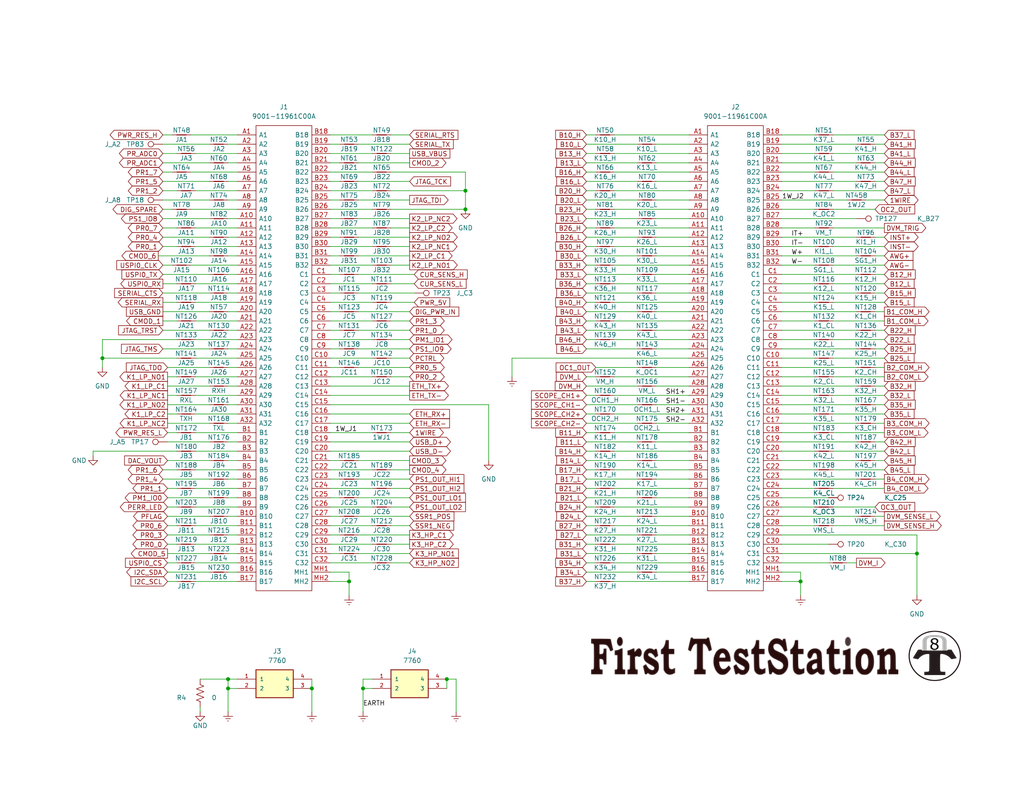
<source format=kicad_sch>
(kicad_sch (version 20230121) (generator eeschema)
  (paper "A")
  (title_block (title "Interconnect IO Board  640-1000-011") (date "2024-10-12") (rev "1.1"))
  (junction (at 27.94 97.79))
  (junction (at 62.23 187.96))
  (junction (at 127 52.07))
  (junction (at 95.25 158.75))
  (junction (at 62.23 185.42))
  (junction (at 250.19 151.13))
  (junction (at 99.06 187.96))
  (junction (at 121.92 185.42))
  (junction (at 127 57.15))
  (junction (at 85.09 187.96))
  (junction (at 218.44 158.75))
  (wire (pts (xy 90.17 62.23) (xy 101.6 62.23)))
  (wire (pts (xy 238.76 80.01) (xy 241.3 80.01)))
  (wire (pts (xy 64.77 105.41) (xy 62.23 105.41)))
  (wire (pts (xy 97.79 64.77) (xy 111.76 64.77)))
  (wire (pts (xy 90.17 87.63) (xy 101.6 87.63)))
  (wire (pts (xy 90.17 158.75) (xy 95.25 158.75)))
  (wire (pts (xy 97.79 151.13) (xy 111.76 151.13)))
  (wire (pts (xy 53.34 97.79) (xy 64.77 97.79)))
  (wire (pts (xy 227.33 143.51) (xy 241.3 143.51)))
  (wire (pts (xy 139.7 97.79) (xy 139.7 102.87)))
  (wire (pts (xy 90.17 46.99) (xy 101.6 46.99)))
  (wire (pts (xy 106.68 46.99) (xy 127 46.99)))
  (wire (pts (xy 233.68 80.01) (xy 213.36 80.01)))
  (wire (pts (xy 167.64 148.59) (xy 187.96 148.59)))
  (wire (pts (xy 227.33 97.79) (xy 241.3 97.79)))
  (wire (pts (xy 167.64 82.55) (xy 187.96 82.55)))
  (wire (pts (xy 85.09 187.96) (xy 85.09 194.31)))
  (wire (pts (xy 106.68 92.71) (xy 111.76 92.71)))
  (wire (pts (xy 64.77 107.95) (xy 53.34 107.95)))
  (wire (pts (xy 44.45 44.45) (xy 57.15 44.45)))
  (wire (pts (xy 97.79 90.17) (xy 111.76 90.17)))
  (wire (pts (xy 222.25 62.23) (xy 213.36 62.23)))
  (wire (pts (xy 45.72 143.51) (xy 48.26 143.51)))
  (wire (pts (xy 162.56 102.87) (xy 160.02 102.87)))
  (wire (pts (xy 44.45 64.77) (xy 57.15 64.77)))
  (wire (pts (xy 53.34 92.71) (xy 64.77 92.71)))
  (wire (pts (xy 97.79 80.01) (xy 113.03 80.01)))
  (wire (pts (xy 233.68 59.69) (xy 213.36 59.69)))
  (wire (pts (xy 64.77 49.53) (xy 62.23 49.53)))
  (wire (pts (xy 222.25 138.43) (xy 213.36 138.43)))
  (wire (pts (xy 90.17 143.51) (xy 101.6 143.51)))
  (wire (pts (xy 64.77 153.67) (xy 53.34 153.67)))
  (wire (pts (xy 44.45 46.99) (xy 46.99 46.99)))
  (wire (pts (xy 238.76 138.43) (xy 227.33 138.43)))
  (wire (pts (xy 90.17 118.11) (xy 101.6 118.11)))
  (wire (pts (xy 27.94 97.79) (xy 48.26 97.79)))
  (wire (pts (xy 44.45 57.15) (xy 46.99 57.15)))
  (wire (pts (xy 90.17 90.17) (xy 92.71 90.17)))
  (wire (pts (xy 179.07 59.69) (xy 187.96 59.69)))
  (wire (pts (xy 241.3 115.57) (xy 238.76 115.57)))
  (wire (pts (xy 64.77 118.11) (xy 53.34 118.11)))
  (wire (pts (xy 222.25 77.47) (xy 213.36 77.47)))
  (wire (pts (xy 90.17 36.83) (xy 101.6 36.83)))
  (wire (pts (xy 45.72 115.57) (xy 57.15 115.57)))
  (wire (pts (xy 233.68 110.49) (xy 213.36 110.49)))
  (wire (pts (xy 64.77 57.15) (xy 52.07 57.15)))
  (wire (pts (xy 90.17 64.77) (xy 92.71 64.77)))
  (wire (pts (xy 106.68 138.43) (xy 111.76 138.43)))
  (wire (pts (xy 45.72 156.21) (xy 57.15 156.21)))
  (wire (pts (xy 233.68 90.17) (xy 213.36 90.17)))
  (wire (pts (xy 238.76 74.93) (xy 241.3 74.93)))
  (wire (pts (xy 127 46.99) (xy 127 52.07)))
  (wire (pts (xy 167.64 143.51) (xy 187.96 143.51)))
  (wire (pts (xy 238.76 57.15) (xy 227.33 57.15)))
  (wire (pts (xy 124.46 185.42) (xy 124.46 194.31)))
  (wire (pts (xy 222.25 41.91) (xy 213.36 41.91)))
  (wire (pts (xy 90.17 77.47) (xy 101.6 77.47)))
  (wire (pts (xy 227.33 123.19) (xy 241.3 123.19)))
  (wire (pts (xy 121.92 185.42) (xy 121.92 187.96)))
  (wire (pts (xy 167.64 133.35) (xy 187.96 133.35)))
  (wire (pts (xy 213.36 133.35) (xy 222.25 133.35)))
  (wire (pts (xy 238.76 90.17) (xy 241.3 90.17)))
  (wire (pts (xy 179.07 125.73) (xy 187.96 125.73)))
  (wire (pts (xy 241.3 85.09) (xy 238.76 85.09)))
  (wire (pts (xy 90.17 128.27) (xy 101.6 128.27)))
  (wire (pts (xy 62.23 110.49) (xy 64.77 110.49)))
  (wire (pts (xy 44.45 128.27) (xy 48.26 128.27)))
  (wire (pts (xy 44.45 82.55) (xy 48.26 82.55)))
  (wire (pts (xy 53.34 148.59) (xy 64.77 148.59)))
  (wire (pts (xy 241.3 130.81) (xy 238.76 130.81)))
  (wire (pts (xy 44.45 36.83) (xy 46.99 36.83)))
  (wire (pts (xy 62.23 187.96) (xy 64.77 187.96)))
  (wire (pts (xy 62.23 194.31) (xy 62.23 187.96)))
  (wire (pts (xy 64.77 54.61) (xy 62.23 54.61)))
  (wire (pts (xy 90.17 135.89) (xy 92.71 135.89)))
  (wire (pts (xy 222.25 46.99) (xy 213.36 46.99)))
  (wire (pts (xy 90.17 146.05) (xy 92.71 146.05)))
  (wire (pts (xy 64.77 135.89) (xy 62.23 135.89)))
  (wire (pts (xy 227.33 128.27) (xy 241.3 128.27)))
  (wire (pts (xy 167.64 72.39) (xy 187.96 72.39)))
  (wire (pts (xy 233.68 64.77) (xy 213.36 64.77)))
  (wire (pts (xy 213.36 115.57) (xy 233.68 115.57)))
  (wire (pts (xy 173.99 130.81) (xy 160.02 130.81)))
  (wire (pts (xy 238.76 110.49) (xy 241.3 110.49)))
  (wire (pts (xy 90.17 49.53) (xy 92.71 49.53)))
  (wire (pts (xy 53.34 102.87) (xy 64.77 102.87)))
  (wire (pts (xy 162.56 100.33) (xy 173.99 100.33)))
  (wire (pts (xy 222.25 36.83) (xy 213.36 36.83)))
  (wire (pts (xy 173.99 64.77) (xy 160.02 64.77)))
  (wire (pts (xy 90.17 130.81) (xy 92.71 130.81)))
  (wire (pts (xy 64.77 113.03) (xy 53.34 113.03)))
  (wire (pts (xy 227.33 107.95) (xy 241.3 107.95)))
  (wire (pts (xy 127 52.07) (xy 127 57.15)))
  (wire (pts (xy 227.33 82.55) (xy 241.3 82.55)))
  (wire (pts (xy 45.72 113.03) (xy 48.26 113.03)))
  (wire (pts (xy 99.06 187.96) (xy 99.06 194.31)))
  (wire (pts (xy 64.77 64.77) (xy 62.23 64.77)))
  (wire (pts (xy 64.77 120.65) (xy 62.23 120.65)))
  (wire (pts (xy 45.72 110.49) (xy 57.15 110.49)))
  (wire (pts (xy 64.77 138.43) (xy 53.34 138.43)))
  (wire (pts (xy 27.94 92.71) (xy 27.94 97.79)))
  (wire (pts (xy 133.35 110.49) (xy 133.35 125.73)))
  (wire (pts (xy 90.17 110.49) (xy 133.35 110.49)))
  (wire (pts (xy 167.64 113.03) (xy 187.96 113.03)))
  (wire (pts (xy 222.25 52.07) (xy 213.36 52.07)))
  (wire (pts (xy 106.68 72.39) (xy 111.76 72.39)))
  (wire (pts (xy 250.19 146.05) (xy 250.19 151.13)))
  (wire (pts (xy 241.3 67.31) (xy 227.33 67.31)))
  (wire (pts (xy 64.77 128.27) (xy 53.34 128.27)))
  (wire (pts (xy 213.36 148.59) (xy 226.06 148.59)))
  (wire (pts (xy 167.64 123.19) (xy 187.96 123.19)))
  (wire (pts (xy 45.72 148.59) (xy 48.26 148.59)))
  (wire (pts (xy 167.64 128.27) (xy 187.96 128.27)))
  (wire (pts (xy 179.07 85.09) (xy 187.96 85.09)))
  (wire (pts (xy 213.36 135.89) (xy 226.06 135.89)))
  (wire (pts (xy 62.23 185.42) (xy 64.77 185.42)))
  (wire (pts (xy 90.17 140.97) (xy 92.71 140.97)))
  (wire (pts (xy 97.79 44.45) (xy 111.76 44.45)))
  (wire (pts (xy 90.17 69.85) (xy 92.71 69.85)))
  (wire (pts (xy 162.56 148.59) (xy 160.02 148.59)))
  (wire (pts (xy 90.17 82.55) (xy 101.6 82.55)))
  (wire (pts (xy 64.77 44.45) (xy 62.23 44.45)))
  (wire (pts (xy 90.17 153.67) (xy 101.6 153.67)))
  (wire (pts (xy 173.99 54.61) (xy 160.02 54.61)))
  (wire (pts (xy 173.99 146.05) (xy 160.02 146.05)))
  (wire (pts (xy 162.56 92.71) (xy 160.02 92.71)))
  (wire (pts (xy 44.45 62.23) (xy 48.26 62.23)))
  (wire (pts (xy 64.77 80.01) (xy 62.23 80.01)))
  (wire (pts (xy 62.23 151.13) (xy 64.77 151.13)))
  (wire (pts (xy 53.34 41.91) (xy 64.77 41.91)))
  (wire (pts (xy 106.68 41.91) (xy 111.76 41.91)))
  (wire (pts (xy 162.56 153.67) (xy 160.02 153.67)))
  (wire (pts (xy 64.77 39.37) (xy 62.23 39.37)))
  (wire (pts (xy 90.17 52.07) (xy 101.6 52.07)))
  (wire (pts (xy 233.68 120.65) (xy 213.36 120.65)))
  (wire (pts (xy 64.77 90.17) (xy 62.23 90.17)))
  (wire (pts (xy 227.33 41.91) (xy 241.3 41.91)))
  (wire (pts (xy 62.23 95.25) (xy 64.77 95.25)))
  (wire (pts (xy 97.79 39.37) (xy 111.76 39.37)))
  (wire (pts (xy 99.06 185.42) (xy 99.06 187.96)))
  (wire (pts (xy 44.45 41.91) (xy 48.26 41.91)))
  (wire (pts (xy 167.64 41.91) (xy 187.96 41.91)))
  (wire (pts (xy 179.07 100.33) (xy 187.96 100.33)))
  (wire (pts (xy 97.79 59.69) (xy 111.76 59.69)))
  (wire (pts (xy 44.45 54.61) (xy 57.15 54.61)))
  (wire (pts (xy 64.77 82.55) (xy 53.34 82.55)))
  (wire (pts (xy 97.79 135.89) (xy 111.76 135.89)))
  (wire (pts (xy 45.72 146.05) (xy 57.15 146.05)))
  (wire (pts (xy 64.77 140.97) (xy 62.23 140.97)))
  (wire (pts (xy 90.17 97.79) (xy 101.6 97.79)))
  (wire (pts (xy 167.64 46.99) (xy 187.96 46.99)))
  (wire (pts (xy 250.19 151.13) (xy 250.19 162.56)))
  (wire (pts (xy 25.4 123.19) (xy 48.26 123.19)))
  (wire (pts (xy 222.25 72.39) (xy 213.36 72.39)))
  (wire (pts (xy 90.17 115.57) (xy 111.76 115.57)))
  (wire (pts (xy 213.36 151.13) (xy 250.19 151.13)))
  (wire (pts (xy 167.64 62.23) (xy 187.96 62.23)))
  (wire (pts (xy 238.76 44.45) (xy 241.3 44.45)))
  (wire (pts (xy 173.99 80.01) (xy 160.02 80.01)))
  (wire (pts (xy 62.23 85.09) (xy 64.77 85.09)))
  (wire (pts (xy 167.64 107.95) (xy 187.96 107.95)))
  (wire (pts (xy 64.77 130.81) (xy 62.23 130.81)))
  (wire (pts (xy 179.07 110.49) (xy 187.96 110.49)))
  (wire (pts (xy 44.45 77.47) (xy 48.26 77.47)))
  (wire (pts (xy 64.77 146.05) (xy 62.23 146.05)))
  (wire (pts (xy 179.07 95.25) (xy 187.96 95.25)))
  (wire (pts (xy 45.72 100.33) (xy 57.15 100.33)))
  (wire (pts (xy 97.79 100.33) (xy 111.76 100.33)))
  (wire (pts (xy 222.25 107.95) (xy 213.36 107.95)))
  (wire (pts (xy 173.99 85.09) (xy 160.02 85.09)))
  (wire (pts (xy 222.25 82.55) (xy 213.36 82.55)))
  (wire (pts (xy 64.77 123.19) (xy 53.34 123.19)))
  (wire (pts (xy 106.68 102.87) (xy 111.76 102.87)))
  (wire (pts (xy 227.33 52.07) (xy 241.3 52.07)))
  (wire (pts (xy 64.77 36.83) (xy 52.07 36.83)))
  (wire (pts (xy 233.68 105.41) (xy 213.36 105.41)))
  (wire (pts (xy 162.56 52.07) (xy 160.02 52.07)))
  (wire (pts (xy 90.17 120.65) (xy 111.76 120.65)))
  (wire (pts (xy 236.22 54.61) (xy 241.3 54.61)))
  (wire (pts (xy 90.17 92.71) (xy 101.6 92.71)))
  (wire (pts (xy 45.72 140.97) (xy 57.15 140.97)))
  (wire (pts (xy 173.99 135.89) (xy 160.02 135.89)))
  (wire (pts (xy 45.72 138.43) (xy 48.26 138.43)))
  (wire (pts (xy 44.45 74.93) (xy 57.15 74.93)))
  (wire (pts (xy 106.68 143.51) (xy 111.76 143.51)))
  (wire (pts (xy 222.25 123.19) (xy 213.36 123.19)))
  (wire (pts (xy 233.68 44.45) (xy 213.36 44.45)))
  (wire (pts (xy 167.64 138.43) (xy 187.96 138.43)))
  (wire (pts (xy 90.17 95.25) (xy 92.71 95.25)))
  (wire (pts (xy 233.68 140.97) (xy 213.36 140.97)))
  (wire (pts (xy 90.17 107.95) (xy 111.76 107.95)))
  (wire (pts (xy 97.79 69.85) (xy 111.76 69.85)))
  (wire (pts (xy 53.34 77.47) (xy 64.77 77.47)))
  (wire (pts (xy 218.44 156.21) (xy 218.44 158.75)))
  (wire (pts (xy 106.68 62.23) (xy 111.76 62.23)))
  (wire (pts (xy 213.36 87.63) (xy 222.25 87.63)))
  (wire (pts (xy 90.17 125.73) (xy 92.71 125.73)))
  (wire (pts (xy 160.02 113.03) (xy 162.56 113.03)))
  (wire (pts (xy 97.79 54.61) (xy 111.76 54.61)))
  (wire (pts (xy 45.72 153.67) (xy 48.26 153.67)))
  (wire (pts (xy 90.17 80.01) (xy 92.71 80.01)))
  (wire (pts (xy 179.07 115.57) (xy 187.96 115.57)))
  (wire (pts (xy 162.56 143.51) (xy 160.02 143.51)))
  (wire (pts (xy 173.99 49.53) (xy 160.02 49.53)))
  (wire (pts (xy 45.72 107.95) (xy 48.26 107.95)))
  (wire (pts (xy 227.33 92.71) (xy 241.3 92.71)))
  (wire (pts (xy 179.07 120.65) (xy 187.96 120.65)))
  (wire (pts (xy 162.56 133.35) (xy 160.02 133.35)))
  (wire (pts (xy 167.64 158.75) (xy 187.96 158.75)))
  (wire (pts (xy 167.64 52.07) (xy 187.96 52.07)))
  (wire (pts (xy 241.3 87.63) (xy 227.33 87.63)))
  (wire (pts (xy 179.07 69.85) (xy 187.96 69.85)))
  (wire (pts (xy 179.07 39.37) (xy 187.96 39.37)))
  (wire (pts (xy 106.68 82.55) (xy 113.03 82.55)))
  (wire (pts (xy 90.17 54.61) (xy 92.71 54.61)))
  (wire (pts (xy 44.45 72.39) (xy 46.99 72.39)))
  (wire (pts (xy 222.25 143.51) (xy 213.36 143.51)))
  (wire (pts (xy 167.64 102.87) (xy 187.96 102.87)))
  (wire (pts (xy 90.17 148.59) (xy 101.6 148.59)))
  (wire (pts (xy 179.07 90.17) (xy 187.96 90.17)))
  (wire (pts (xy 167.64 77.47) (xy 187.96 77.47)))
  (wire (pts (xy 90.17 59.69) (xy 92.71 59.69)))
  (wire (pts (xy 90.17 105.41) (xy 111.76 105.41)))
  (wire (pts (xy 45.72 105.41) (xy 57.15 105.41)))
  (wire (pts (xy 233.68 95.25) (xy 213.36 95.25)))
  (wire (pts (xy 64.77 72.39) (xy 52.07 72.39)))
  (wire (pts (xy 97.79 95.25) (xy 111.76 95.25)))
  (wire (pts (xy 173.99 105.41) (xy 160.02 105.41)))
  (wire (pts (xy 213.36 118.11) (xy 222.25 118.11)))
  (wire (pts (xy 106.68 133.35) (xy 111.76 133.35)))
  (wire (pts (xy 106.68 148.59) (xy 111.76 148.59)))
  (wire (pts (xy 160.02 115.57) (xy 173.99 115.57)))
  (wire (pts (xy 213.36 153.67) (xy 226.06 153.67)))
  (wire (pts (xy 64.77 87.63) (xy 53.34 87.63)))
  (wire (pts (xy 162.56 123.19) (xy 160.02 123.19)))
  (wire (pts (xy 213.36 158.75) (xy 218.44 158.75)))
  (wire (pts (xy 218.44 158.75) (xy 218.44 162.56)))
  (wire (pts (xy 44.45 130.81) (xy 57.15 130.81)))
  (wire (pts (xy 179.07 130.81) (xy 187.96 130.81)))
  (wire (pts (xy 173.99 59.69) (xy 160.02 59.69)))
  (wire (pts (xy 167.64 67.31) (xy 187.96 67.31)))
  (wire (pts (xy 238.76 120.65) (xy 241.3 120.65)))
  (wire (pts (xy 173.99 151.13) (xy 160.02 151.13)))
  (wire (pts (xy 62.23 100.33) (xy 64.77 100.33)))
  (wire (pts (xy 64.77 69.85) (xy 62.23 69.85)))
  (wire (pts (xy 45.72 158.75) (xy 48.26 158.75)))
  (wire (pts (xy 227.33 77.47) (xy 241.3 77.47)))
  (wire (pts (xy 179.07 80.01) (xy 187.96 80.01)))
  (wire (pts (xy 90.17 113.03) (xy 111.76 113.03)))
  (wire (pts (xy 99.06 187.96) (xy 101.6 187.96)))
  (wire (pts (xy 45.72 151.13) (xy 57.15 151.13)))
  (wire (pts (xy 167.64 57.15) (xy 187.96 57.15)))
  (wire (pts (xy 101.6 185.42) (xy 99.06 185.42)))
  (wire (pts (xy 213.36 146.05) (xy 250.19 146.05)))
  (wire (pts (xy 241.3 72.39) (xy 227.33 72.39)))
  (wire (pts (xy 162.56 158.75) (xy 160.02 158.75)))
  (wire (pts (xy 241.3 133.35) (xy 227.33 133.35)))
  (wire (pts (xy 106.68 128.27) (xy 111.76 128.27)))
  (wire (pts (xy 64.77 46.99) (xy 52.07 46.99)))
  (wire (pts (xy 222.25 128.27) (xy 213.36 128.27)))
  (wire (pts (xy 106.68 67.31) (xy 111.76 67.31)))
  (wire (pts (xy 233.68 69.85) (xy 213.36 69.85)))
  (wire (pts (xy 238.76 39.37) (xy 241.3 39.37)))
  (wire (pts (xy 241.3 64.77) (xy 238.76 64.77)))
  (wire (pts (xy 106.68 118.11) (xy 111.76 118.11)))
  (wire (pts (xy 106.68 77.47) (xy 113.03 77.47)))
  (wire (pts (xy 90.17 123.19) (xy 111.76 123.19)))
  (wire (pts (xy 90.17 85.09) (xy 92.71 85.09)))
  (wire (pts (xy 162.56 77.47) (xy 160.02 77.47)))
  (wire (pts (xy 95.25 158.75) (xy 95.25 162.56)))
  (wire (pts (xy 173.99 90.17) (xy 160.02 90.17)))
  (wire (pts (xy 233.68 74.93) (xy 213.36 74.93)))
  (wire (pts (xy 227.33 46.99) (xy 241.3 46.99)))
  (wire (pts (xy 139.7 97.79) (xy 187.96 97.79)))
  (wire (pts (xy 213.36 156.21) (xy 218.44 156.21)))
  (wire (pts (xy 213.36 67.31) (xy 222.25 67.31)))
  (wire (pts (xy 44.45 39.37) (xy 57.15 39.37)))
  (wire (pts (xy 64.77 74.93) (xy 62.23 74.93)))
  (wire (pts (xy 162.56 36.83) (xy 160.02 36.83)))
  (wire (pts (xy 44.45 90.17) (xy 57.15 90.17)))
  (wire (pts (xy 222.25 57.15) (xy 213.36 57.15)))
  (wire (pts (xy 64.77 156.21) (xy 62.23 156.21)))
  (wire (pts (xy 44.45 49.53) (xy 57.15 49.53)))
  (wire (pts (xy 45.72 135.89) (xy 57.15 135.89)))
  (wire (pts (xy 213.36 102.87) (xy 222.25 102.87)))
  (wire (pts (xy 173.99 39.37) (xy 160.02 39.37)))
  (wire (pts (xy 222.25 97.79) (xy 213.36 97.79)))
  (wire (pts (xy 97.79 85.09) (xy 111.76 85.09)))
  (wire (pts (xy 62.23 187.96) (xy 62.23 185.42)))
  (wire (pts (xy 160.02 107.95) (xy 162.56 107.95)))
  (wire (pts (xy 179.07 105.41) (xy 187.96 105.41)))
  (wire (pts (xy 64.77 133.35) (xy 53.34 133.35)))
  (wire (pts (xy 241.3 102.87) (xy 227.33 102.87)))
  (wire (pts (xy 44.45 87.63) (xy 48.26 87.63)))
  (wire (pts (xy 27.94 92.71) (xy 48.26 92.71)))
  (wire (pts (xy 45.72 133.35) (xy 48.26 133.35)))
  (wire (pts (xy 238.76 95.25) (xy 241.3 95.25)))
  (wire (pts (xy 44.45 67.31) (xy 48.26 67.31)))
  (wire (pts (xy 241.3 100.33) (xy 238.76 100.33)))
  (wire (pts (xy 90.17 156.21) (xy 95.25 156.21)))
  (wire (pts (xy 90.17 67.31) (xy 101.6 67.31)))
  (wire (pts (xy 167.64 92.71) (xy 187.96 92.71)))
  (wire (pts (xy 106.68 57.15) (xy 127 57.15)))
  (wire (pts (xy 90.17 74.93) (xy 92.71 74.93)))
  (wire (pts (xy 97.79 125.73) (xy 111.76 125.73)))
  (wire (pts (xy 213.36 54.61) (xy 231.14 54.61)))
  (wire (pts (xy 106.68 87.63) (xy 111.76 87.63)))
  (wire (pts (xy 45.72 102.87) (xy 48.26 102.87)))
  (wire (pts (xy 233.68 125.73) (xy 213.36 125.73)))
  (wire (pts (xy 173.99 120.65) (xy 160.02 120.65)))
  (wire (pts (xy 213.36 85.09) (xy 233.68 85.09)))
  (wire (pts (xy 222.25 113.03) (xy 213.36 113.03)))
  (wire (pts (xy 162.56 87.63) (xy 160.02 87.63)))
  (wire (pts (xy 227.33 62.23) (xy 241.3 62.23)))
  (wire (pts (xy 90.17 100.33) (xy 92.71 100.33)))
  (wire (pts (xy 179.07 44.45) (xy 187.96 44.45)))
  (wire (pts (xy 179.07 135.89) (xy 187.96 135.89)))
  (wire (pts (xy 167.64 153.67) (xy 187.96 153.67)))
  (wire (pts (xy 162.56 41.91) (xy 160.02 41.91)))
  (wire (pts (xy 233.68 49.53) (xy 213.36 49.53)))
  (wire (pts (xy 45.72 120.65) (xy 57.15 120.65)))
  (wire (pts (xy 90.17 72.39) (xy 101.6 72.39)))
  (wire (pts (xy 162.56 46.99) (xy 160.02 46.99)))
  (wire (pts (xy 213.36 100.33) (xy 233.68 100.33)))
  (wire (pts (xy 54.61 185.42) (xy 62.23 185.42)))
  (wire (pts (xy 162.56 82.55) (xy 160.02 82.55)))
  (wire (pts (xy 90.17 57.15) (xy 101.6 57.15)))
  (wire (pts (xy 64.77 125.73) (xy 62.23 125.73)))
  (wire (pts (xy 53.34 62.23) (xy 64.77 62.23)))
  (wire (pts (xy 64.77 158.75) (xy 53.34 158.75)))
  (wire (pts (xy 44.45 52.07) (xy 48.26 52.07)))
  (wire (pts (xy 238.76 49.53) (xy 241.3 49.53)))
  (wire (pts (xy 222.25 92.71) (xy 213.36 92.71)))
  (wire (pts (xy 44.45 80.01) (xy 57.15 80.01)))
  (wire (pts (xy 173.99 69.85) (xy 160.02 69.85)))
  (wire (pts (xy 44.45 59.69) (xy 57.15 59.69)))
  (wire (pts (xy 173.99 140.97) (xy 160.02 140.97)))
  (wire (pts (xy 227.33 36.83) (xy 241.3 36.83)))
  (wire (pts (xy 160.02 110.49) (xy 173.99 110.49)))
  (wire (pts (xy 179.07 156.21) (xy 187.96 156.21)))
  (wire (pts (xy 53.34 67.31) (xy 64.77 67.31)))
  (wire (pts (xy 173.99 44.45) (xy 160.02 44.45)))
  (wire (pts (xy 179.07 146.05) (xy 187.96 146.05)))
  (wire (pts (xy 238.76 105.41) (xy 241.3 105.41)))
  (wire (pts (xy 85.09 185.42) (xy 85.09 187.96)))
  (wire (pts (xy 90.17 151.13) (xy 92.71 151.13)))
  (wire (pts (xy 162.56 62.23) (xy 160.02 62.23)))
  (wire (pts (xy 162.56 128.27) (xy 160.02 128.27)))
  (wire (pts (xy 167.64 87.63) (xy 187.96 87.63)))
  (wire (pts (xy 179.07 140.97) (xy 187.96 140.97)))
  (wire (pts (xy 97.79 130.81) (xy 111.76 130.81)))
  (wire (pts (xy 90.17 39.37) (xy 92.71 39.37)))
  (wire (pts (xy 173.99 125.73) (xy 160.02 125.73)))
  (wire (pts (xy 45.72 125.73) (xy 57.15 125.73)))
  (wire (pts (xy 97.79 140.97) (xy 111.76 140.97)))
  (wire (pts (xy 167.64 118.11) (xy 187.96 118.11)))
  (wire (pts (xy 64.77 59.69) (xy 62.23 59.69)))
  (wire (pts (xy 97.79 74.93) (xy 113.03 74.93)))
  (wire (pts (xy 106.68 97.79) (xy 111.76 97.79)))
  (wire (pts (xy 25.4 123.19) (xy 25.4 124.46)))
  (wire (pts (xy 64.77 143.51) (xy 53.34 143.51)))
  (wire (pts (xy 162.56 138.43) (xy 160.02 138.43)))
  (wire (pts (xy 173.99 95.25) (xy 160.02 95.25)))
  (wire (pts (xy 231.14 153.67) (xy 233.68 153.67)))
  (wire (pts (xy 90.17 133.35) (xy 101.6 133.35)))
  (wire (pts (xy 45.72 118.11) (xy 48.26 118.11)))
  (wire (pts (xy 106.68 52.07) (xy 127 52.07)))
  (wire (pts (xy 233.68 39.37) (xy 213.36 39.37)))
  (wire (pts (xy 106.68 153.67) (xy 111.76 153.67)))
  (wire (pts (xy 162.56 72.39) (xy 160.02 72.39)))
  (wire (pts (xy 90.17 138.43) (xy 101.6 138.43)))
  (wire (pts (xy 179.07 64.77) (xy 187.96 64.77)))
  (wire (pts (xy 162.56 67.31) (xy 160.02 67.31)))
  (wire (pts (xy 162.56 118.11) (xy 160.02 118.11)))
  (wire (pts (xy 90.17 41.91) (xy 101.6 41.91)))
  (wire (pts (xy 54.61 193.04) (xy 54.61 194.31)))
  (wire (pts (xy 173.99 156.21) (xy 160.02 156.21)))
  (wire (pts (xy 121.92 185.42) (xy 124.46 185.42)))
  (wire (pts (xy 179.07 74.93) (xy 187.96 74.93)))
  (wire (pts (xy 162.56 57.15) (xy 160.02 57.15)))
  (wire (pts (xy 106.68 36.83) (xy 111.76 36.83)))
  (wire (pts (xy 179.07 49.53) (xy 187.96 49.53)))
  (wire (pts (xy 44.45 85.09) (xy 57.15 85.09)))
  (wire (pts (xy 238.76 140.97) (xy 241.3 140.97)))
  (wire (pts (xy 97.79 49.53) (xy 111.76 49.53)))
  (wire (pts (xy 90.17 102.87) (xy 101.6 102.87)))
  (wire (pts (xy 167.64 36.83) (xy 187.96 36.83)))
  (wire (pts (xy 227.33 113.03) (xy 241.3 113.03)))
  (wire (pts (xy 44.45 95.25) (xy 57.15 95.25)))
  (wire (pts (xy 241.3 69.85) (xy 238.76 69.85)))
  (wire (pts (xy 179.07 54.61) (xy 187.96 54.61)))
  (wire (pts (xy 238.76 125.73) (xy 241.3 125.73)))
  (wire (pts (xy 241.3 118.11) (xy 227.33 118.11)))
  (wire (pts (xy 27.94 97.79) (xy 27.94 100.33)))
  (wire (pts (xy 213.36 130.81) (xy 233.68 130.81)))
  (wire (pts (xy 179.07 151.13) (xy 187.96 151.13)))
  (wire (pts (xy 95.25 156.21) (xy 95.25 158.75)))
  (wire (pts (xy 43.18 69.85) (xy 57.15 69.85)))
  (wire (pts (xy 90.17 44.45) (xy 92.71 44.45)))
  (wire (pts (xy 173.99 74.93) (xy 160.02 74.93)))
  (wire (pts (xy 64.77 115.57) (xy 62.23 115.57)))
  (wire (pts (xy 97.79 146.05) (xy 111.76 146.05)))
  (wire (pts (xy 53.34 52.07) (xy 64.77 52.07)))
  (image (at 255.27 179.07))
  (image (at 203.2 179.07) (scale 2.13772))
  (label "SH1-" (at 181.61 110.49 0))
  (label "SH1+" (at 181.61 107.95 0))
  (label "SH2+" (at 181.61 113.03 0))
  (label "IT+" (at 215.9 64.77 0))
  (label "1W_J2" (at 213.36 54.61 0))
  (label "EARTH" (at 99.06 193.04 0))
  (label "1W_J1" (at 91.44 118.11 0))
  (label "IT-" (at 215.9 67.31 0))
  (label "SH2-" (at 181.61 115.57 0))
  (label "W-" (at 215.9 72.39 0))
  (label "W+" (at 215.9 69.85 0))
  (global_label "JTAG_TDO" (shape input) (at 45.72 100.33 180) (property "Intersheetrefs" "${INTERSHEET_REFS}" (effects hide)))
  (global_label "ETH_RX-" (shape input) (at 111.76 115.57 0) (property "Intersheetrefs" "${INTERSHEET_REFS}" (effects hide)))
  (global_label "B27_L" (shape input) (at 160.02 146.05 180) (property "Intersheetrefs" "${INTERSHEET_REFS}" (effects hide)))
  (global_label "K2_LP_NC1" (shape output) (at 111.76 67.31 0) (property "Intersheetrefs" "${INTERSHEET_REFS}" (effects hide)))
  (global_label "DIG_PWR_IN" (shape input) (at 111.76 85.09 0) (property "Intersheetrefs" "${INTERSHEET_REFS}" (effects hide)))
  (global_label "B31_H" (shape input) (at 160.02 148.59 180) (property "Intersheetrefs" "${INTERSHEET_REFS}" (effects hide)))
  (global_label "B20_L" (shape input) (at 160.02 54.61 180) (property "Intersheetrefs" "${INTERSHEET_REFS}" (effects hide)))
  (global_label "OC3_OUT" (shape input) (at 238.76 138.43 0) (property "Intersheetrefs" "${INTERSHEET_REFS}" (effects hide)))
  (global_label "K3_HP_C1" (shape output) (at 111.76 146.05 0) (property "Intersheetrefs" "${INTERSHEET_REFS}" (effects hide)))
  (global_label "1WIRE" (shape bidirectional) (at 111.76 118.11 0) (property "Intersheetrefs" "${INTERSHEET_REFS}" (effects hide)))
  (global_label "ETH_RX+" (shape input) (at 111.76 113.03 0) (property "Intersheetrefs" "${INTERSHEET_REFS}" (effects hide)))
  (global_label "B30_H" (shape input) (at 160.02 67.31 180) (property "Intersheetrefs" "${INTERSHEET_REFS}" (effects hide)))
  (global_label "B21_H" (shape input) (at 160.02 133.35 180) (property "Intersheetrefs" "${INTERSHEET_REFS}" (effects hide)))
  (global_label "B34_L" (shape input) (at 160.02 156.21 180) (property "Intersheetrefs" "${INTERSHEET_REFS}" (effects hide)))
  (global_label "B14_H" (shape input) (at 160.02 123.19 180) (property "Intersheetrefs" "${INTERSHEET_REFS}" (effects hide)))
  (global_label "B25_H" (shape input) (at 241.3 95.25 0) (property "Intersheetrefs" "${INTERSHEET_REFS}" (effects hide)))
  (global_label "CMOD_2" (shape output) (at 111.76 44.45 0) (property "Intersheetrefs" "${INTERSHEET_REFS}" (effects hide)))
  (global_label "USPI0_RX" (shape output) (at 44.45 77.47 180) (property "Intersheetrefs" "${INTERSHEET_REFS}" (effects hide)))
  (global_label "B4_COM_L" (shape output) (at 241.3 133.35 0) (property "Intersheetrefs" "${INTERSHEET_REFS}" (effects hide)))
  (global_label "K1_LP_NC2" (shape output) (at 45.72 115.57 180) (property "Intersheetrefs" "${INTERSHEET_REFS}" (effects hide)))
  (global_label "K1_LP_NC1" (shape output) (at 45.72 107.95 180) (property "Intersheetrefs" "${INTERSHEET_REFS}" (effects hide)))
  (global_label "B43_L" (shape input) (at 160.02 90.17 180) (property "Intersheetrefs" "${INTERSHEET_REFS}" (effects hide)))
  (global_label "SERIAL_RTS" (shape input) (at 111.76 36.83 0) (property "Intersheetrefs" "${INTERSHEET_REFS}" (effects hide)))
  (global_label "CMOD_6" (shape output) (at 43.18 69.85 180) (property "Intersheetrefs" "${INTERSHEET_REFS}" (effects hide)))
  (global_label "PR1_5" (shape bidirectional) (at 44.45 49.53 180) (property "Intersheetrefs" "${INTERSHEET_REFS}" (effects hide)))
  (global_label "PCTRL" (shape bidirectional) (at 111.76 97.79 0) (property "Intersheetrefs" "${INTERSHEET_REFS}" (effects hide)))
  (global_label "B3_COM_L" (shape output) (at 241.3 118.11 0) (property "Intersheetrefs" "${INTERSHEET_REFS}" (effects hide)))
  (global_label "SERIAL_TX" (shape input) (at 111.76 39.37 0) (property "Intersheetrefs" "${INTERSHEET_REFS}" (effects hide)))
  (global_label "I2C_SDA" (shape bidirectional) (at 45.72 156.21 180) (property "Intersheetrefs" "${INTERSHEET_REFS}" (effects hide)))
  (global_label "B23_H" (shape input) (at 160.02 57.15 180) (property "Intersheetrefs" "${INTERSHEET_REFS}" (effects hide)))
  (global_label "B12_L" (shape input) (at 241.3 77.47 0) (property "Intersheetrefs" "${INTERSHEET_REFS}" (effects hide)))
  (global_label "CMOD_3" (shape output) (at 111.76 125.73 0) (property "Intersheetrefs" "${INTERSHEET_REFS}" (effects hide)))
  (global_label "B45_L" (shape input) (at 241.3 128.27 0) (property "Intersheetrefs" "${INTERSHEET_REFS}" (effects hide)))
  (global_label "B34_H" (shape input) (at 160.02 153.67 180) (property "Intersheetrefs" "${INTERSHEET_REFS}" (effects hide)))
  (global_label "B44_H" (shape input) (at 241.3 44.45 0) (property "Intersheetrefs" "${INTERSHEET_REFS}" (effects hide)))
  (global_label "PWR_RES_H" (shape bidirectional) (at 44.45 36.83 180) (property "Intersheetrefs" "${INTERSHEET_REFS}" (effects hide)))
  (global_label "DIG_SPARE" (shape bidirectional) (at 44.45 57.15 180) (property "Intersheetrefs" "${INTERSHEET_REFS}" (effects hide)))
  (global_label "K2_LP_C2" (shape output) (at 111.76 62.23 0) (property "Intersheetrefs" "${INTERSHEET_REFS}" (effects hide)))
  (global_label "B41_L" (shape input) (at 241.3 41.91 0) (property "Intersheetrefs" "${INTERSHEET_REFS}" (effects hide)))
  (global_label "PR0_1" (shape bidirectional) (at 44.45 67.31 180) (property "Intersheetrefs" "${INTERSHEET_REFS}" (effects hide)))
  (global_label "B24_L" (shape input) (at 160.02 140.97 180) (property "Intersheetrefs" "${INTERSHEET_REFS}" (effects hide)))
  (global_label "AWG-" (shape input) (at 241.3 72.39 0) (property "Intersheetrefs" "${INTERSHEET_REFS}" (effects hide)))
  (global_label "B27_H" (shape input) (at 160.02 143.51 180) (property "Intersheetrefs" "${INTERSHEET_REFS}" (effects hide)))
  (global_label "PR0_3" (shape bidirectional) (at 45.72 146.05 180) (property "Intersheetrefs" "${INTERSHEET_REFS}" (effects hide)))
  (global_label "OC1_OUT" (shape input) (at 162.56 100.33 180) (property "Intersheetrefs" "${INTERSHEET_REFS}" (effects hide)))
  (global_label "B35_L" (shape input) (at 241.3 113.03 0) (property "Intersheetrefs" "${INTERSHEET_REFS}" (effects hide)))
  (global_label "USPI0_CS" (shape input) (at 45.72 153.67 180) (property "Intersheetrefs" "${INTERSHEET_REFS}" (effects hide)))
  (global_label "AWG+" (shape input) (at 241.3 69.85 0) (property "Intersheetrefs" "${INTERSHEET_REFS}" (effects hide)))
  (global_label "ETH_TX+" (shape output) (at 111.76 105.41 0) (property "Intersheetrefs" "${INTERSHEET_REFS}" (effects hide)))
  (global_label "B24_H" (shape input) (at 160.02 138.43 180) (property "Intersheetrefs" "${INTERSHEET_REFS}" (effects hide)))
  (global_label "JTAG_TRST" (shape input) (at 44.45 90.17 180) (property "Intersheetrefs" "${INTERSHEET_REFS}" (effects hide)))
  (global_label "CMOD_1" (shape output) (at 44.45 87.63 180) (property "Intersheetrefs" "${INTERSHEET_REFS}" (effects hide)))
  (global_label "B37_H" (shape input) (at 160.02 158.75 180) (property "Intersheetrefs" "${INTERSHEET_REFS}" (effects hide)))
  (global_label "USB_GND" (shape passive) (at 44.45 85.09 180) (property "Intersheetrefs" "${INTERSHEET_REFS}" (effects hide)))
  (global_label "JTAG_TMS" (shape input) (at 44.45 95.25 180) (property "Intersheetrefs" "${INTERSHEET_REFS}" (effects hide)))
  (global_label "B37_L" (shape input) (at 241.3 36.83 0) (property "Intersheetrefs" "${INTERSHEET_REFS}" (effects hide)))
  (global_label "B26_L" (shape input) (at 160.02 64.77 180) (property "Intersheetrefs" "${INTERSHEET_REFS}" (effects hide)))
  (global_label "B41_H" (shape input) (at 241.3 39.37 0) (property "Intersheetrefs" "${INTERSHEET_REFS}" (effects hide)))
  (global_label "OC2_OUT" (shape input) (at 238.76 57.15 0) (property "Intersheetrefs" "${INTERSHEET_REFS}" (effects hide)))
  (global_label "CMOD_5" (shape output) (at 45.72 151.13 180) (property "Intersheetrefs" "${INTERSHEET_REFS}" (effects hide)))
  (global_label "B44_L" (shape input) (at 241.3 46.99 0) (property "Intersheetrefs" "${INTERSHEET_REFS}" (effects hide)))
  (global_label "PR0_4" (shape bidirectional) (at 44.45 64.77 180) (property "Intersheetrefs" "${INTERSHEET_REFS}" (effects hide)))
  (global_label "B10_L" (shape input) (at 160.02 39.37 180) (property "Intersheetrefs" "${INTERSHEET_REFS}" (effects hide)))
  (global_label "SSR1_POS" (shape input) (at 111.76 140.97 0) (property "Intersheetrefs" "${INTERSHEET_REFS}" (effects hide)))
  (global_label "B47_H" (shape input) (at 241.3 49.53 0) (property "Intersheetrefs" "${INTERSHEET_REFS}" (effects hide)))
  (global_label "PS1_OUT_HI2" (shape input) (at 111.76 133.35 0) (property "Intersheetrefs" "${INTERSHEET_REFS}" (effects hide)))
  (global_label "SSR1_NEG" (shape input) (at 111.76 143.51 0) (property "Intersheetrefs" "${INTERSHEET_REFS}" (effects hide)))
  (global_label "B33_H" (shape input) (at 160.02 72.39 180) (property "Intersheetrefs" "${INTERSHEET_REFS}" (effects hide)))
  (global_label "B35_H" (shape input) (at 241.3 110.49 0) (property "Intersheetrefs" "${INTERSHEET_REFS}" (effects hide)))
  (global_label "PR0_0" (shape bidirectional) (at 45.72 148.59 180) (property "Intersheetrefs" "${INTERSHEET_REFS}" (effects hide)))
  (global_label "PR0_5" (shape bidirectional) (at 111.76 100.33 0) (property "Intersheetrefs" "${INTERSHEET_REFS}" (effects hide)))
  (global_label "B11_L" (shape input) (at 160.02 120.65 180) (property "Intersheetrefs" "${INTERSHEET_REFS}" (effects hide)))
  (global_label "USPI0_TX" (shape input) (at 44.45 74.93 180) (property "Intersheetrefs" "${INTERSHEET_REFS}" (effects hide)))
  (global_label "PR1_1" (shape bidirectional) (at 45.72 133.35 180) (property "Intersheetrefs" "${INTERSHEET_REFS}" (effects hide)))
  (global_label "B25_L" (shape input) (at 241.3 97.79 0) (property "Intersheetrefs" "${INTERSHEET_REFS}" (effects hide)))
  (global_label "SERIAL_RX" (shape output) (at 44.45 82.55 180) (property "Intersheetrefs" "${INTERSHEET_REFS}" (effects hide)))
  (global_label "SCOPE_CH1+" (shape input) (at 160.02 107.95 180) (property "Intersheetrefs" "${INTERSHEET_REFS}" (effects hide)))
  (global_label "B15_L" (shape input) (at 241.3 82.55 0) (property "Intersheetrefs" "${INTERSHEET_REFS}" (effects hide)))
  (global_label "B11_H" (shape input) (at 160.02 118.11 180) (property "Intersheetrefs" "${INTERSHEET_REFS}" (effects hide)))
  (global_label "B13_L" (shape input) (at 160.02 44.45 180) (property "Intersheetrefs" "${INTERSHEET_REFS}" (effects hide)))
  (global_label "SCOPE_CH1-" (shape input) (at 160.02 110.49 180) (property "Intersheetrefs" "${INTERSHEET_REFS}" (effects hide)))
  (global_label "PS1_IO8" (shape bidirectional) (at 44.45 59.69 180) (property "Intersheetrefs" "${INTERSHEET_REFS}" (effects hide)))
  (global_label "PR1_3" (shape bidirectional) (at 111.76 87.63 0) (property "Intersheetrefs" "${INTERSHEET_REFS}" (effects hide)))
  (global_label "B47_L" (shape input) (at 241.3 52.07 0) (property "Intersheetrefs" "${INTERSHEET_REFS}" (effects hide)))
  (global_label "B46_L" (shape input) (at 160.02 95.25 180) (property "Intersheetrefs" "${INTERSHEET_REFS}" (effects hide)))
  (global_label "B13_H" (shape input) (at 160.02 41.91 180) (property "Intersheetrefs" "${INTERSHEET_REFS}" (effects hide)))
  (global_label "K2_LP_NC2" (shape output) (at 111.76 59.69 0) (property "Intersheetrefs" "${INTERSHEET_REFS}" (effects hide)))
  (global_label "INST-" (shape bidirectional) (at 241.3 67.31 0) (property "Intersheetrefs" "${INTERSHEET_REFS}" (effects hide)))
  (global_label "B10_H" (shape input) (at 160.02 36.83 180) (property "Intersheetrefs" "${INTERSHEET_REFS}" (effects hide)))
  (global_label "B16_L" (shape input) (at 160.02 49.53 180) (property "Intersheetrefs" "${INTERSHEET_REFS}" (effects hide)))
  (global_label "PR0_6" (shape bidirectional) (at 45.72 143.51 180) (property "Intersheetrefs" "${INTERSHEET_REFS}" (effects hide)))
  (global_label "B36_H" (shape input) (at 160.02 77.47 180) (property "Intersheetrefs" "${INTERSHEET_REFS}" (effects hide)))
  (global_label "DVM_SENSE_L" (shape output) (at 241.3 140.97 0) (property "Intersheetrefs" "${INTERSHEET_REFS}" (effects hide)))
  (global_label "PS1_OUT_HI1" (shape input) (at 111.76 130.81 0) (property "Intersheetrefs" "${INTERSHEET_REFS}" (effects hide)))
  (global_label "PS1_IO9" (shape bidirectional) (at 111.76 95.25 0) (property "Intersheetrefs" "${INTERSHEET_REFS}" (effects hide)))
  (global_label "PR_ADC1" (shape bidirectional) (at 44.45 44.45 180) (property "Intersheetrefs" "${INTERSHEET_REFS}" (effects hide)))
  (global_label "K1_LP_NO1" (shape output) (at 45.72 102.87 180) (property "Intersheetrefs" "${INTERSHEET_REFS}" (effects hide)))
  (global_label "USPI0_CLK" (shape input) (at 44.45 72.39 180) (property "Intersheetrefs" "${INTERSHEET_REFS}" (effects hide)))
  (global_label "B42_L" (shape input) (at 241.3 123.19 0) (property "Intersheetrefs" "${INTERSHEET_REFS}" (effects hide)))
  (global_label "K2_LP_NO2" (shape output) (at 111.76 64.77 0) (property "Intersheetrefs" "${INTERSHEET_REFS}" (effects hide)))
  (global_label "B26_H" (shape input) (at 160.02 62.23 180) (property "Intersheetrefs" "${INTERSHEET_REFS}" (effects hide)))
  (global_label "PR0_7" (shape bidirectional) (at 44.45 62.23 180) (property "Intersheetrefs" "${INTERSHEET_REFS}" (effects hide)))
  (global_label "B15_H" (shape input) (at 241.3 80.01 0) (property "Intersheetrefs" "${INTERSHEET_REFS}" (effects hide)))
  (global_label "ETH_TX-" (shape output) (at 111.76 107.95 0) (property "Intersheetrefs" "${INTERSHEET_REFS}" (effects hide)))
  (global_label "B23_L" (shape input) (at 160.02 59.69 180) (property "Intersheetrefs" "${INTERSHEET_REFS}" (effects hide)))
  (global_label "B46_H" (shape input) (at 160.02 92.71 180) (property "Intersheetrefs" "${INTERSHEET_REFS}" (effects hide)))
  (global_label "DVM_TRIG" (shape output) (at 241.3 62.23 0) (property "Intersheetrefs" "${INTERSHEET_REFS}" (effects hide)))
  (global_label "USB_D+" (shape bidirectional) (at 111.76 120.65 0) (property "Intersheetrefs" "${INTERSHEET_REFS}" (effects hide)))
  (global_label "B45_H" (shape input) (at 241.3 125.73 0) (property "Intersheetrefs" "${INTERSHEET_REFS}" (effects hide)))
  (global_label "B17_H" (shape input) (at 160.02 128.27 180) (property "Intersheetrefs" "${INTERSHEET_REFS}" (effects hide)))
  (global_label "CUR_SENS_L" (shape input) (at 113.03 77.47 0) (property "Intersheetrefs" "${INTERSHEET_REFS}" (effects hide)))
  (global_label "DVM_SENSE_H" (shape output) (at 241.3 143.51 0) (property "Intersheetrefs" "${INTERSHEET_REFS}" (effects hide)))
  (global_label "B40_H" (shape input) (at 160.02 82.55 180) (property "Intersheetrefs" "${INTERSHEET_REFS}" (effects hide)))
  (global_label "B20_H" (shape input) (at 160.02 52.07 180) (property "Intersheetrefs" "${INTERSHEET_REFS}" (effects hide)))
  (global_label "B17_L" (shape input) (at 160.02 130.81 180) (property "Intersheetrefs" "${INTERSHEET_REFS}" (effects hide)))
  (global_label "CUR_SENS_H" (shape input) (at 113.03 74.93 0) (property "Intersheetrefs" "${INTERSHEET_REFS}" (effects hide)))
  (global_label "K1_LP_C2" (shape output) (at 45.72 113.03 180) (property "Intersheetrefs" "${INTERSHEET_REFS}" (effects hide)))
  (global_label "PM1_IO1" (shape bidirectional) (at 111.76 92.71 0) (property "Intersheetrefs" "${INTERSHEET_REFS}" (effects hide)))
  (global_label "SERIAL_CTS" (shape input) (at 44.45 80.01 180) (property "Intersheetrefs" "${INTERSHEET_REFS}" (effects hide)))
  (global_label "B33_L" (shape input) (at 160.02 74.93 180) (property "Intersheetrefs" "${INTERSHEET_REFS}" (effects hide)))
  (global_label "PFLAG" (shape bidirectional) (at 45.72 140.97 180) (property "Intersheetrefs" "${INTERSHEET_REFS}" (effects hide)))
  (global_label "JTAG_TDI" (shape output) (at 111.76 54.61 0) (property "Intersheetrefs" "${INTERSHEET_REFS}" (effects hide)))
  (global_label "PR_ADC0" (shape bidirectional) (at 44.45 41.91 180) (property "Intersheetrefs" "${INTERSHEET_REFS}" (effects hide)))
  (global_label "K2_LP_C1" (shape output) (at 111.76 69.85 0) (property "Intersheetrefs" "${INTERSHEET_REFS}" (effects hide)))
  (global_label "PS1_OUT_LO2" (shape input) (at 111.76 138.43 0) (property "Intersheetrefs" "${INTERSHEET_REFS}" (effects hide)))
  (global_label "PERR_LED" (shape bidirectional) (at 45.72 138.43 180) (property "Intersheetrefs" "${INTERSHEET_REFS}" (effects hide)))
  (global_label "K3_HP_NO1" (shape input) (at 111.76 151.13 0) (property "Intersheetrefs" "${INTERSHEET_REFS}" (effects hide)))
  (global_label "PR1_7" (shape bidirectional) (at 44.45 46.99 180) (property "Intersheetrefs" "${INTERSHEET_REFS}" (effects hide)))
  (global_label "INST+" (shape bidirectional) (at 241.3 64.77 0) (property "Intersheetrefs" "${INTERSHEET_REFS}" (effects hide)))
  (global_label "PWR_5V" (shape input) (at 113.03 82.55 0) (property "Intersheetrefs" "${INTERSHEET_REFS}" (effects hide)))
  (global_label "PR1_4" (shape bidirectional) (at 44.45 130.81 180) (property "Intersheetrefs" "${INTERSHEET_REFS}" (effects hide)))
  (global_label "DVM_I" (shape output) (at 233.68 153.67 0) (property "Intersheetrefs" "${INTERSHEET_REFS}" (effects hide)))
  (global_label "K3_HP_NO2" (shape input) (at 111.76 153.67 0) (property "Intersheetrefs" "${INTERSHEET_REFS}" (effects hide)))
  (global_label "B4_COM_H" (shape output) (at 241.3 130.81 0) (property "Intersheetrefs" "${INTERSHEET_REFS}" (effects hide)))
  (global_label "K1_LP_NO2" (shape output) (at 45.72 110.49 180) (property "Intersheetrefs" "${INTERSHEET_REFS}" (effects hide)))
  (global_label "PR0_2" (shape bidirectional) (at 111.76 102.87 0) (property "Intersheetrefs" "${INTERSHEET_REFS}" (effects hide)))
  (global_label "B22_L" (shape input) (at 241.3 92.71 0) (property "Intersheetrefs" "${INTERSHEET_REFS}" (effects hide)))
  (global_label "DAC_VOUT" (shape input) (at 45.72 125.73 180) (property "Intersheetrefs" "${INTERSHEET_REFS}" (effects hide)))
  (global_label "I2C_SCL" (shape input) (at 45.72 158.75 180) (property "Intersheetrefs" "${INTERSHEET_REFS}" (effects hide)))
  (global_label "B3_COM_H" (shape output) (at 241.3 115.57 0) (property "Intersheetrefs" "${INTERSHEET_REFS}" (effects hide)))
  (global_label "B36_L" (shape input) (at 160.02 80.01 180) (property "Intersheetrefs" "${INTERSHEET_REFS}" (effects hide)))
  (global_label "PR1_0" (shape bidirectional) (at 111.76 90.17 0) (property "Intersheetrefs" "${INTERSHEET_REFS}" (effects hide)))
  (global_label "K2_LP_NO1" (shape output) (at 111.76 72.39 0) (property "Intersheetrefs" "${INTERSHEET_REFS}" (effects hide)))
  (global_label "B14_L" (shape input) (at 160.02 125.73 180) (property "Intersheetrefs" "${INTERSHEET_REFS}" (effects hide)))
  (global_label "B31_L" (shape input) (at 160.02 151.13 180) (property "Intersheetrefs" "${INTERSHEET_REFS}" (effects hide)))
  (global_label "B40_L" (shape input) (at 160.02 85.09 180) (property "Intersheetrefs" "${INTERSHEET_REFS}" (effects hide)))
  (global_label "B43_H" (shape input) (at 160.02 87.63 180) (property "Intersheetrefs" "${INTERSHEET_REFS}" (effects hide)))
  (global_label "CMOD_4" (shape output) (at 111.76 128.27 0) (property "Intersheetrefs" "${INTERSHEET_REFS}" (effects hide)))
  (global_label "1WIRE" (shape bidirectional) (at 241.3 54.61 0) (property "Intersheetrefs" "${INTERSHEET_REFS}" (effects hide)))
  (global_label "B2_COM_L" (shape output) (at 241.3 102.87 0) (property "Intersheetrefs" "${INTERSHEET_REFS}" (effects hide)))
  (global_label "B21_L" (shape input) (at 160.02 135.89 180) (property "Intersheetrefs" "${INTERSHEET_REFS}" (effects hide)))
  (global_label "B12_H" (shape input) (at 241.3 74.93 0) (property "Intersheetrefs" "${INTERSHEET_REFS}" (effects hide)))
  (global_label "B22_H" (shape input) (at 241.3 90.17 0) (property "Intersheetrefs" "${INTERSHEET_REFS}" (effects hide)))
  (global_label "B42_H" (shape input) (at 241.3 120.65 0) (property "Intersheetrefs" "${INTERSHEET_REFS}" (effects hide)))
  (global_label "K3_HP_C2" (shape output) (at 111.76 148.59 0) (property "Intersheetrefs" "${INTERSHEET_REFS}" (effects hide)))
  (global_label "PR1_2" (shape bidirectional) (at 44.45 52.07 180) (property "Intersheetrefs" "${INTERSHEET_REFS}" (effects hide)))
  (global_label "B2_COM_H" (shape output) (at 241.3 100.33 0) (property "Intersheetrefs" "${INTERSHEET_REFS}" (effects hide)))
  (global_label "B32_H" (shape input) (at 241.3 105.41 0) (property "Intersheetrefs" "${INTERSHEET_REFS}" (effects hide)))
  (global_label "SCOPE_CH2+" (shape input) (at 160.02 113.03 180) (property "Intersheetrefs" "${INTERSHEET_REFS}" (effects hide)))
  (global_label "B1_COM_L" (shape output) (at 241.3 87.63 0) (property "Intersheetrefs" "${INTERSHEET_REFS}" (effects hide)))
  (global_label "USB_VBUS" (shape passive) (at 111.76 41.91 0) (property "Intersheetrefs" "${INTERSHEET_REFS}" (effects hide)))
  (global_label "PWR_RES_L" (shape bidirectional) (at 45.72 118.11 180) (property "Intersheetrefs" "${INTERSHEET_REFS}" (effects hide)))
  (global_label "B16_H" (shape input) (at 160.02 46.99 180) (property "Intersheetrefs" "${INTERSHEET_REFS}" (effects hide)))
  (global_label "K1_LP_C1" (shape output) (at 45.72 105.41 180) (property "Intersheetrefs" "${INTERSHEET_REFS}" (effects hide)))
  (global_label "PS1_OUT_LO1" (shape input) (at 111.76 135.89 0) (property "Intersheetrefs" "${INTERSHEET_REFS}" (effects hide)))
  (global_label "DVM_L" (shape input) (at 160.02 102.87 180) (property "Intersheetrefs" "${INTERSHEET_REFS}" (effects hide)))
  (global_label "B1_COM_H" (shape output) (at 241.3 85.09 0) (property "Intersheetrefs" "${INTERSHEET_REFS}" (effects hide)))
  (global_label "PR1_6" (shape bidirectional) (at 44.45 128.27 180) (property "Intersheetrefs" "${INTERSHEET_REFS}" (effects hide)))
  (global_label "SCOPE_CH2-" (shape input) (at 160.02 115.57 180) (property "Intersheetrefs" "${INTERSHEET_REFS}" (effects hide)))
  (global_label "USB_D-" (shape bidirectional) (at 111.76 123.19 0) (property "Intersheetrefs" "${INTERSHEET_REFS}" (effects hide)))
  (global_label "DVM_H" (shape input) (at 160.02 105.41 180) (property "Intersheetrefs" "${INTERSHEET_REFS}" (effects hide)))
  (global_label "PM1_IO0" (shape bidirectional) (at 45.72 135.89 180) (property "Intersheetrefs" "${INTERSHEET_REFS}" (effects hide)))
  (global_label "B30_L" (shape input) (at 160.02 69.85 180) (property "Intersheetrefs" "${INTERSHEET_REFS}" (effects hide)))
  (global_label "JTAG_TCK" (shape input) (at 111.76 49.53 0) (property "Intersheetrefs" "${INTERSHEET_REFS}" (effects hide)))
  (global_label "B32_L" (shape input) (at 241.3 107.95 0) (property "Intersheetrefs" "${INTERSHEET_REFS}" (effects hide)))
  (symbol (lib_id "Library:NetTie_2") (at 104.14 41.91 0) (mirror y) (unit 1)
    (property "Reference" "NT122" (at 104.14 40.64 0))
    (property "Value" "JB20" (at 104.14 43.18 0))
    (property "Footprint" "NetTie:NetTie-2_Front1.0mm" (effects hide))
  )
  (symbol (lib_id "Library:NetTie_2") (at 165.1 36.83 0) (mirror y) (unit 1)
    (property "Reference" "NT50" (at 165.1 35.56 0))
    (property "Value" "K10_H" (at 165.1 38.1 0))
    (property "Footprint" "NetTie:NetTie-2_Front1.0mm" (effects hide))
  )
  (symbol (lib_id "Library:NetTie_2") (at 59.69 59.69 0) (unit 1)
    (property "Reference" "NT82" (at 59.69 58.42 0))
    (property "Value" "JA10" (at 59.69 60.96 0))
    (property "Footprint" "NetTie:NetTie-2_Front1.0mm" (effects hide))
  )
  (symbol (lib_id "Library:NetTie_2") (at 59.69 100.33 0) (unit 1)
    (property "Reference" "NT145" (at 59.69 99.06 0))
    (property "Value" "JA26" (at 59.69 101.6 0))
    (property "Footprint" "NetTie:NetTie-2_Front1.0mm" (effects hide))
  )
  (symbol (lib_id "Library:NetTie_2") (at 50.8 62.23 0) (unit 1)
    (property "Reference" "NT86" (at 50.8 60.96 0))
    (property "Value" "JA11" (at 50.8 63.5 0))
    (property "Footprint" "NetTie:NetTie-2_Front1.0mm" (effects hide))
  )
  (symbol (lib_id "Library:NetTie_2") (at 49.53 36.83 0) (unit 1)
    (property "Reference" "NT48" (at 49.53 35.56 0))
    (property "Value" "JA1" (at 49.53 38.1 0))
    (property "Footprint" "NetTie:NetTie-2_Front1.0mm" (effects hide))
  )
  (symbol (lib_id "Library:NetTie_2") (at 95.25 39.37 0) (mirror y) (unit 1)
    (property "Reference" "NT53" (at 95.25 38.1 0))
    (property "Value" "JB19" (at 95.25 40.64 0))
    (property "Footprint" "NetTie:NetTie-2_Front1.0mm" (effects hide))
  )
  (symbol (lib_id "Library:TestPoint") (at 233.68 59.69 270) (unit 1)
    (property "Reference" "TP127" (at 238.76 59.69 90) (effects (justify left)))
    (property "Value" "K_B27" (at 250.19 59.69 90) (effects (justify left)))
    (property "Footprint" "TestPoint:TestPoint_THTPad_D1.5mm_Drill0.7mm" (effects hide))
  )
  (symbol (lib_id "Library:NetTie_2") (at 104.14 97.79 0) (mirror y) (unit 1)
    (property "Reference" "NT142" (at 104.14 96.52 0))
    (property "Value" "JC10" (at 104.14 99.06 0))
    (property "Footprint" "NetTie:NetTie-2_Front1.0mm" (effects hide))
  )
  (symbol (lib_id "Library:NetTie_2") (at 236.22 100.33 0) (mirror y) (unit 1)
    (property "Reference" "NT151" (at 236.22 99.06 0))
    (property "Value" "K2_CH" (at 236.22 101.6 0))
    (property "Footprint" "NetTie:NetTie-2_Front1.0mm" (effects hide))
  )
  (symbol (lib_id "Library:NetTie_2") (at 50.8 107.95 0) (unit 1)
    (property "Reference" "NT157" (at 50.8 106.68 0))
    (property "Value" "RXL" (at 50.8 109.22 0))
    (property "Footprint" "NetTie:NetTie-2_Front1.0mm" (effects hide))
  )
  (symbol (lib_id "Library:NetTie_2") (at 176.53 146.05 0) (mirror y) (unit 1)
    (property "Reference" "NT221" (at 176.53 144.78 0))
    (property "Value" "K27_L" (at 176.53 147.32 0))
    (property "Footprint" "NetTie:NetTie-2_Front1.0mm" (effects hide))
  )
  (symbol (lib_id "Library:NetTie_2") (at 236.22 39.37 0) (unit 1)
    (property "Reference" "NT55" (at 236.22 38.1 0))
    (property "Value" "K41_H" (at 236.22 40.64 0))
    (property "Footprint" "NetTie:NetTie-2_Front1.0mm" (effects hide))
  )
  (symbol (lib_id "Library:NetTie_2") (at 59.69 80.01 0) (unit 1)
    (property "Reference" "NT114" (at 59.69 78.74 0))
    (property "Value" "JA18" (at 59.69 81.28 0))
    (property "Footprint" "NetTie:NetTie-2_Front1.0mm" (effects hide))
  )
  (symbol (lib_id "Library:NetTie_2") (at 50.8 133.35 0) (unit 1)
    (property "Reference" "NT195" (at 50.8 132.08 0))
    (property "Value" "JB7" (at 50.8 134.62 0))
    (property "Footprint" "NetTie:NetTie-2_Front1.0mm" (effects hide))
  )
  (symbol (lib_id "Library:NetTie_2") (at 50.8 128.27 0) (unit 1)
    (property "Reference" "NT188" (at 50.8 127 0))
    (property "Value" "JB5" (at 50.8 129.54 0))
    (property "Footprint" "NetTie:NetTie-2_Front1.0mm" (effects hide))
  )
  (symbol (lib_id "Library:NetTie_2") (at 224.79 123.19 0) (unit 1)
    (property "Reference" "NT191" (at 224.79 121.92 0))
    (property "Value" "K42_L" (at 224.79 124.46 0))
    (property "Footprint" "NetTie:NetTie-2_Front1.0mm" (effects hide))
  )
  (symbol (lib_id "Library:NetTie_2") (at 176.53 100.33 0) (unit 1)
    (property "Reference" "NT148" (at 176.53 99.06 0))
    (property "Value" "K_OC1" (at 176.53 101.6 0))
    (property "Footprint" "NetTie:NetTie-2_Front1.0mm" (effects hide))
  )
  (symbol (lib_id "Library:NetTie_2") (at 176.53 95.25 0) (mirror y) (unit 1)
    (property "Reference" "NT143" (at 176.53 93.98 0))
    (property "Value" "K46_L" (at 176.53 96.52 0))
    (property "Footprint" "NetTie:NetTie-2_Front1.0mm" (effects hide))
  )
  (symbol (lib_id "power:GND") (at 25.4 124.46 0) (mirror y) (unit 1)
    (property "Reference" "#PWR025" (effects hide))
    (property "Value" "GND" (at 21.59 125.73 0))
  )
  (symbol (lib_id "Library:NetTie_2") (at 224.79 52.07 0) (unit 1)
    (property "Reference" "NT77" (at 224.79 50.8 0))
    (property "Value" "K47_L" (at 224.79 53.34 0))
    (property "Footprint" "NetTie:NetTie-2_Front1.0mm" (effects hide))
  )
  (symbol (lib_id "Library:NetTie_2") (at 224.79 77.47 0) (unit 1)
    (property "Reference" "NT116" (at 224.79 76.2 0))
    (property "Value" "K12_L" (at 224.79 78.74 0))
    (property "Footprint" "NetTie:NetTie-2_Front1.0mm" (effects hide))
  )
  (symbol (lib_id "Library:NetTie_2") (at 50.8 82.55 0) (unit 1)
    (property "Reference" "NT118" (at 50.8 81.28 0))
    (property "Value" "JA19" (at 50.8 83.82 0))
    (property "Footprint" "NetTie:NetTie-2_Front1.0mm" (effects hide))
  )
  (symbol (lib_id "Library:NetTie_2") (at 95.25 125.73 0) (mirror y) (unit 1)
    (property "Reference" "NT185" (at 95.25 124.46 0))
    (property "Value" "JC21" (at 95.25 127 0))
    (property "Footprint" "NetTie:NetTie-2_Front1.0mm" (effects hide))
  )
  (symbol (lib_id "Library:NetTie_2") (at 50.8 77.47 0) (unit 1)
    (property "Reference" "NT110" (at 50.8 76.2 0))
    (property "Value" "JA17" (at 50.8 78.74 0))
    (property "Footprint" "NetTie:NetTie-2_Front1.0mm" (effects hide))
  )
  (symbol (lib_id "Library:NetTie_2") (at 224.79 97.79 0) (unit 1)
    (property "Reference" "NT147" (at 224.79 96.52 0))
    (property "Value" "K25_L" (at 224.79 99.06 0))
    (property "Footprint" "NetTie:NetTie-2_Front1.0mm" (effects hide))
  )
  (symbol (lib_id "Library:NetTie_2") (at 236.22 85.09 0) (mirror y) (unit 1)
    (property "Reference" "NT128" (at 236.22 83.82 0))
    (property "Value" "K1_CH" (at 236.22 86.36 0))
    (property "Footprint" "NetTie:NetTie-2_Front1.0mm" (effects hide))
  )
  (symbol (lib_id "Library:NetTie_2") (at 176.53 80.01 0) (mirror y) (unit 1)
    (property "Reference" "NT117" (at 176.53 78.74 0))
    (property "Value" "K36_L" (at 176.53 81.28 0))
    (property "Footprint" "NetTie:NetTie-2_Front1.0mm" (effects hide))
  )
  (symbol (lib_id "Library:NetTie_2") (at 95.25 90.17 0) (mirror y) (unit 1)
    (property "Reference" "NT131" (at 95.25 88.9 0))
    (property "Value" "JC7" (at 95.25 91.44 0))
    (property "Footprint" "NetTie:NetTie-2_Front1.0mm" (effects hide))
  )
  (symbol (lib_id "Library:TestPoint") (at 226.06 148.59 270) (unit 1)
    (property "Reference" "TP20" (at 231.14 148.59 90) (effects (justify left)))
    (property "Value" "K_C30" (at 241.3 148.59 90) (effects (justify left)))
    (property "Footprint" "TestPoint:TestPoint_THTPad_D1.5mm_Drill0.7mm" (effects hide))
  )
  (symbol (lib_id "Library:NetTie_2") (at 50.8 92.71 0) (unit 1)
    (property "Reference" "NT133" (at 50.8 91.44 0))
    (property "Value" "JA23" (at 50.8 93.98 0))
    (property "Footprint" "NetTie:NetTie-2_Front1.0mm" (effects hide))
  )
  (symbol (lib_id "Library:NetTie_2") (at 176.53 125.73 0) (mirror y) (unit 1)
    (property "Reference" "NT186" (at 176.53 124.46 0))
    (property "Value" "K14_L" (at 176.53 127 0))
    (property "Footprint" "NetTie:NetTie-2_Front1.0mm" (effects hide))
  )
  (symbol (lib_id "Library:NetTie_2") (at 104.14 87.63 0) (mirror y) (unit 1)
    (property "Reference" "NT127" (at 104.14 86.36 0))
    (property "Value" "JC6" (at 104.14 88.9 0))
    (property "Footprint" "NetTie:NetTie-2_Front1.0mm" (effects hide))
  )
  (symbol (lib_id "Library:NetTie_2") (at 176.53 130.81 0) (mirror y) (unit 1)
    (property "Reference" "NT194" (at 176.53 129.54 0))
    (property "Value" "K17_L" (at 176.53 132.08 0))
    (property "Footprint" "NetTie:NetTie-2_Front1.0mm" (effects hide))
  )
  (symbol (lib_id "Library:NetTie_2") (at 50.8 118.11 0) (unit 1)
    (property "Reference" "NT172" (at 50.8 116.84 0))
    (property "Value" "JB1" (at 50.8 119.38 0))
    (property "Footprint" "NetTie:NetTie-2_Front1.0mm" (effects hide))
  )
  (symbol (lib_id "Library:NetTie_2") (at 50.8 87.63 0) (unit 1)
    (property "Reference" "NT126" (at 50.8 86.36 0))
    (property "Value" "JA21" (at 50.8 88.9 0))
    (property "Footprint" "NetTie:NetTie-2_Front1.0mm" (effects hide))
  )
  (symbol (lib_id "Library:NetTie_2") (at 95.25 140.97 0) (mirror y) (unit 1)
    (property "Reference" "NT208" (at 95.25 139.7 0))
    (property "Value" "JC27" (at 95.25 142.24 0))
    (property "Footprint" "NetTie:NetTie-2_Front1.0mm" (effects hide))
  )
  (symbol (lib_id "Library:NetTie_2") (at 165.1 128.27 0) (mirror y) (unit 1)
    (property "Reference" "NT190" (at 165.1 127 0))
    (property "Value" "K17_H" (at 165.1 129.54 0))
    (property "Footprint" "NetTie:NetTie-2_Front1.0mm" (effects hide))
  )
  (symbol (lib_id "Library:NetTie_2") (at 50.8 153.67 0) (unit 1)
    (property "Reference" "NT227" (at 50.8 152.4 0))
    (property "Value" "JB15" (at 50.8 154.94 0))
    (property "Footprint" "NetTie:NetTie-2_Front1.0mm" (effects hide))
  )
  (symbol (lib_id "Library:NetTie_2") (at 236.22 74.93 0) (unit 1)
    (property "Reference" "NT112" (at 236.22 73.66 0))
    (property "Value" "K12_H" (at 236.22 76.2 0))
    (property "Footprint" "NetTie:NetTie-2_Front1.0mm" (effects hide))
  )
  (symbol (lib_id "Library:NetTie_2") (at 165.1 92.71 0) (mirror y) (unit 1)
    (property "Reference" "NT139" (at 165.1 91.44 0))
    (property "Value" "K46_H" (at 165.1 93.98 0))
    (property "Footprint" "NetTie:NetTie-2_Front1.0mm" (effects hide))
  )
  (symbol (lib_id "Library:NetTie_2") (at 59.69 125.73 0) (unit 1)
    (property "Reference" "NT184" (at 59.69 124.46 0))
    (property "Value" "JB4" (at 59.69 127 0))
    (property "Footprint" "NetTie:NetTie-2_Front1.0mm" (effects hide))
  )
  (symbol (lib_id "Library:NetTie_2") (at 104.14 46.99 0) (mirror y) (unit 1)
    (property "Reference" "NT65" (at 104.14 45.72 0))
    (property "Value" "JB22" (at 104.14 48.26 0))
    (property "Footprint" "NetTie:NetTie-2_Front1.0mm" (effects hide))
  )
  (symbol (lib_id "Library:NetTie_2") (at 165.1 87.63 0) (mirror y) (unit 1)
    (property "Reference" "NT129" (at 165.1 86.36 0))
    (property "Value" "K43_H" (at 165.1 88.9 0))
    (property "Footprint" "NetTie:NetTie-2_Front1.0mm" (effects hide))
  )
  (symbol (lib_id "Library:NetTie_2") (at 176.53 54.61 0) (mirror y) (unit 1)
    (property "Reference" "NT80" (at 176.53 53.34 0))
    (property "Value" "K20_L" (at 176.53 55.88 0))
    (property "Footprint" "NetTie:NetTie-2_Front1.0mm" (effects hide))
  )
  (symbol (lib_id "Library:NetTie_2") (at 104.14 118.11 0) (mirror y) (unit 1)
    (property "Reference" "NT173" (at 104.14 116.84 0))
    (property "Value" "1WJ1" (at 104.14 119.38 0))
    (property "Footprint" "NetTie:NetTie-2_Front1.0mm" (effects hide))
  )
  (symbol (lib_id "Library:NetTie_2") (at 50.8 143.51 0) (unit 1)
    (property "Reference" "NT211" (at 50.8 142.24 0))
    (property "Value" "JB11" (at 50.8 144.78 0))
    (property "Footprint" "NetTie:NetTie-2_Front1.0mm" (effects hide))
  )
  (symbol (lib_id "Library:NetTie_2") (at 59.69 39.37 0) (unit 1)
    (property "Reference" "NT52" (at 59.69 38.1 0))
    (property "Value" "JA2" (at 59.69 40.64 0))
    (property "Footprint" "NetTie:NetTie-2_Front1.0mm" (effects hide))
  )
  (symbol (lib_id "Library:NetTie_2") (at 59.69 110.49 0) (unit 1)
    (property "Reference" "NT161" (at 59.69 109.22 0))
    (property "Value" "JA30" (at 59.69 111.76 0))
    (property "Footprint" "NetTie:NetTie-2_Front1.0mm" (effects hide))
  )
  (symbol (lib_id "Library:NetTie_2") (at 59.69 49.53 0) (unit 1)
    (property "Reference" "NT68" (at 59.69 48.26 0))
    (property "Value" "JA6" (at 59.69 50.8 0))
    (property "Footprint" "NetTie:NetTie-2_Front1.0mm" (effects hide))
  )
  (symbol (lib_id "Library:TestPoint") (at 226.06 135.89 270) (unit 1)
    (property "Reference" "TP24" (at 231.14 135.89 90) (effects (justify left)))
    (property "Value" "K_C25" (at 241.3 135.89 90) (effects (justify left)))
    (property "Footprint" "TestPoint:TestPoint_THTPad_D1.5mm_Drill0.7mm" (effects hide))
  )
  (symbol (lib_id "Library:NetTie_2") (at 59.69 156.21 0) (unit 1)
    (property "Reference" "NT230" (at 59.69 154.94 0))
    (property "Value" "JB16" (at 59.69 157.48 0))
    (property "Footprint" "NetTie:NetTie-2_Front1.0mm" (effects hide))
  )
  (symbol (lib_id "Library:NetTie_2") (at 236.22 69.85 0) (unit 1)
    (property "Reference" "NT104" (at 236.22 68.58 0))
    (property "Value" "SG1_H" (at 236.22 71.12 0))
    (property "Footprint" "NetTie:NetTie-2_Front1.0mm" (effects hide))
  )
  (symbol (lib_id "Library:NetTie_2") (at 224.79 82.55 0) (unit 1)
    (property "Reference" "NT124" (at 224.79 81.28 0))
    (property "Value" "K15_L" (at 224.79 83.82 0))
    (property "Footprint" "NetTie:NetTie-2_Front1.0mm" (effects hide))
  )
  (symbol (lib_id "Library:NetTie_2") (at 176.53 44.45 0) (mirror y) (unit 1)
    (property "Reference" "NT62" (at 176.53 43.18 0))
    (property "Value" "K13_L" (at 176.53 45.72 0))
    (property "Footprint" "NetTie:NetTie-2_Front1.0mm" (effects hide))
  )
  (symbol (lib_id "Library:NetTie_2") (at 50.8 102.87 0) (unit 1)
    (property "Reference" "NT149" (at 50.8 101.6 0))
    (property "Value" "JA27" (at 50.8 104.14 0))
    (property "Footprint" "NetTie:NetTie-2_Front1.0mm" (effects hide))
  )
  (symbol (lib_id "Library:NetTie_2") (at 95.25 130.81 0) (mirror y) (unit 1)
    (property "Reference" "NT193" (at 95.25 129.54 0))
    (property "Value" "JC23" (at 95.25 132.08 0))
    (property "Footprint" "NetTie:NetTie-2_Front1.0mm" (effects hide))
  )
  (symbol (lib_id "Library:NetTie_2") (at 49.53 57.15 0) (unit 1)
    (property "Reference" "NT78" (at 49.53 55.88 0))
    (property "Value" "JA9" (at 49.53 58.42 0))
    (property "Footprint" "NetTie:NetTie-2_Front1.0mm" (effects hide))
  )
  (symbol (lib_id "Library:NetTie_2") (at 176.53 115.57 0) (unit 1)
    (property "Reference" "NT175" (at 176.53 114.3 0))
    (property "Value" "OCH2_L" (at 176.53 116.84 0))
    (property "Footprint" "NetTie:NetTie-2_Front1.0mm" (effects hide))
  )
  (symbol (lib_id "power:Earth") (at 85.09 194.31 0) (unit 1)
    (property "Reference" "#PWR032" (effects hide))
    (property "Value" "Earth" (effects hide))
  )
  (symbol (lib_id "Library:NetTie_2") (at 95.25 85.09 0) (mirror y) (unit 1)
    (property "Reference" "NT123" (at 95.25 83.82 0))
    (property "Value" "JC5" (at 95.25 86.36 0))
    (property "Footprint" "NetTie:NetTie-2_Front1.0mm" (effects hide))
  )
  (symbol (lib_id "Library:NetTie_2") (at 224.79 128.27 0) (unit 1)
    (property "Reference" "NT198" (at 224.79 127 0))
    (property "Value" "K45_L" (at 224.79 129.54 0))
    (property "Footprint" "NetTie:NetTie-2_Front1.0mm" (effects hide))
  )
  (symbol (lib_id "Library:NetTie_2") (at 224.79 113.03 0) (unit 1)
    (property "Reference" "NT171" (at 224.79 111.76 0))
    (property "Value" "K35_L" (at 224.79 114.3 0))
    (property "Footprint" "NetTie:NetTie-2_Front1.0mm" (effects hide))
  )
  (symbol (lib_id "Library:TestPoint") (at 113.03 80.01 270) (unit 1)
    (property "Reference" "TP23" (at 118.11 80.01 90) (effects (justify left)))
    (property "Value" "J_C3" (at 124.46 80.01 90) (effects (justify left)))
    (property "Footprint" "TestPoint:TestPoint_THTPad_D1.5mm_Drill0.7mm" (effects hide))
  )
  (symbol (lib_id "Library:NetTie_2") (at 59.69 95.25 0) (unit 1)
    (property "Reference" "NT137" (at 59.69 93.98 0))
    (property "Value" "JA24" (at 59.69 96.52 0))
    (property "Footprint" "NetTie:NetTie-2_Front1.0mm" (effects hide))
  )
  (symbol (lib_id "Library:NetTie_2") (at 228.6 153.67 0) (unit 1)
    (property "Reference" "NT88" (at 228.6 152.4 0))
    (property "Value" "VM_I" (at 228.6 154.94 0))
    (property "Footprint" "NetTie:NetTie-2_Front1.0mm" (effects hide))
  )
  (symbol (lib_id "Library:NetTie_2") (at 236.22 125.73 0) (unit 1)
    (property "Reference" "NT197" (at 236.22 124.46 0))
    (property "Value" "K45_H" (at 236.22 127 0))
    (property "Footprint" "NetTie:NetTie-2_Front1.0mm" (effects hide))
  )
  (symbol (lib_id "Library:NetTie_2") (at 233.68 54.61 0) (mirror y) (unit 1)
    (property "Reference" "NT458" (at 233.68 53.34 0))
    (property "Value" "1WJ2" (at 233.68 55.88 0))
    (property "Footprint" "NetTie:NetTie-2_Front1.0mm" (effects hide))
  )
  (symbol (lib_id "Library:NetTie_2") (at 165.1 107.95 0) (mirror y) (unit 1)
    (property "Reference" "NT160" (at 165.1 106.68 0))
    (property "Value" "OCH1_H" (at 165.1 109.22 0))
    (property "Footprint" "NetTie:NetTie-2_Front1.0mm" (effects hide))
  )
  (symbol (lib_id "Library:NetTie_2") (at 104.14 92.71 0) (mirror y) (unit 1)
    (property "Reference" "NT134" (at 104.14 91.44 0))
    (property "Value" "JC8" (at 104.14 93.98 0))
    (property "Footprint" "NetTie:NetTie-2_Front1.0mm" (effects hide))
  )
  (symbol (lib_id "Library:NetTie_2") (at 50.8 97.79 0) (unit 1)
    (property "Reference" "NT141" (at 50.8 96.52 0))
    (property "Value" "JA25" (at 50.8 99.06 0))
    (property "Footprint" "NetTie:NetTie-2_Front1.0mm" (effects hide))
  )
  (symbol (lib_id "Library:9001-11961C00A") (at 64.77 36.83 0) (unit 1)
    (property "Reference" "J1" (at 77.47 29.21 0))
    (property "Value" "9001-11961C00A" (at 77.47 31.75 0))
    (property "Footprint" "9001-11961:900111961C00A" (effects hide))
    (property "Datasheet" "https://www.verical.com/datasheet/oupiin-america-backplane---hard-metric---din-9001-11961C00A-5759321.pdf" (effects hide))
    (property "Description" "DIN41612 C Type Male" (effects hide))
    (property "Height" "11.1" (effects hide))
    (property "Manufacturer_Name" "OUPIN" (effects hide))
    (property "Manufacturer_Part_Number" "9001-11961C00A" (effects hide))
  )
  (symbol (lib_id "Library:NetTie_2") (at 176.53 39.37 0) (mirror y) (unit 1)
    (property "Reference" "NT54" (at 176.53 38.1 0))
    (property "Value" "K10_L" (at 176.53 40.64 0))
    (property "Footprint" "NetTie:NetTie-2_Front1.0mm" (effects hide))
  )
  (symbol (lib_id "Library:NetTie_2") (at 59.69 135.89 0) (unit 1)
    (property "Reference" "NT199" (at 59.69 134.62 0))
    (property "Value" "JB8" (at 59.69 137.16 0))
    (property "Footprint" "NetTie:NetTie-2_Front1.0mm" (effects hide))
  )
  (symbol (lib_id "Library:NetTie_2") (at 165.1 143.51 0) (mirror y) (unit 1)
    (property "Reference" "NT217" (at 165.1 142.24 0))
    (property "Value" "K27_H" (at 165.1 144.78 0))
    (property "Footprint" "NetTie:NetTie-2_Front1.0mm" (effects hide))
  )
  (symbol (lib_id "Library:NetTie_2") (at 104.14 82.55 0) (mirror y) (unit 1)
    (property "Reference" "NT119" (at 104.14 81.28 0))
    (property "Value" "JC4" (at 104.14 83.82 0))
    (property "Footprint" "NetTie:NetTie-2_Front1.0mm" (effects hide))
  )
  (symbol (lib_id "Library:NetTie_2") (at 59.69 90.17 0) (unit 1)
    (property "Reference" "NT130" (at 59.69 88.9 0))
    (property "Value" "JA22" (at 59.69 91.44 0))
    (property "Footprint" "NetTie:NetTie-2_Front1.0mm" (effects hide))
  )
  (symbol (lib_id "Library:NetTie_2") (at 165.1 113.03 0) (unit 1)
    (property "Reference" "NT170" (at 165.1 111.76 0))
    (property "Value" "OCH2_H" (at 165.1 114.3 0))
    (property "Footprint" "NetTie:NetTie-2_Front1.0mm" (effects hide))
  )
  (symbol (lib_id "Library:NetTie_2") (at 104.14 148.59 0) (mirror y) (unit 1)
    (property "Reference" "NT220" (at 104.14 147.32 0))
    (property "Value" "JC30" (at 104.14 149.86 0))
    (property "Footprint" "NetTie:NetTie-2_Front1.0mm" (effects hide))
  )
  (symbol (lib_id "Library:NetTie_2") (at 50.8 138.43 0) (unit 1)
    (property "Reference" "NT203" (at 50.8 137.16 0))
    (property "Value" "JB9" (at 50.8 139.7 0))
    (property "Footprint" "NetTie:NetTie-2_Front1.0mm" (effects hide))
  )
  (symbol (lib_id "Library:NetTie_2") (at 95.25 95.25 0) (mirror y) (unit 1)
    (property "Reference" "NT138" (at 95.25 93.98 0))
    (property "Value" "JC9" (at 95.25 96.52 0))
    (property "Footprint" "NetTie:NetTie-2_Front1.0mm" (effects hide))
  )
  (symbol (lib_id "Library:NetTie_2") (at 95.25 80.01 0) (mirror y) (unit 1)
    (property "Reference" "NT115" (at 95.25 78.74 0))
    (property "Value" "JC3" (at 95.25 81.28 0))
    (property "Footprint" "NetTie:NetTie-2_Front1.0mm" (effects hide))
  )
  (symbol (lib_id "Library:NetTie_2") (at 176.53 110.49 0) (mirror y) (unit 1)
    (property "Reference" "NT166" (at 176.53 109.22 0))
    (property "Value" "OCH1_L" (at 176.53 111.76 0))
    (property "Footprint" "NetTie:NetTie-2_Front1.0mm" (effects hide))
  )
  (symbol (lib_id "Library:NetTie_2") (at 224.79 72.39 0) (unit 1)
    (property "Reference" "NT108" (at 224.79 71.12 0))
    (property "Value" "SG1_L" (at 224.79 73.66 0))
    (property "Footprint" "NetTie:NetTie-2_Front1.0mm" (effects hide))
  )
  (symbol (lib_id "Library:NetTie_2") (at 95.25 100.33 0) (mirror y) (unit 1)
    (property "Reference" "NT146" (at 95.25 99.06 0))
    (property "Value" "JC11" (at 95.25 101.6 0))
    (property "Footprint" "NetTie:NetTie-2_Front1.0mm" (effects hide))
  )
  (symbol (lib_id "Library:NetTie_2") (at 176.53 85.09 0) (mirror y) (unit 1)
    (property "Reference" "NT125" (at 176.53 83.82 0))
    (property "Value" "K40_L" (at 176.53 86.36 0))
    (property "Footprint" "NetTie:NetTie-2_Front1.0mm" (effects hide))
  )
  (symbol (lib_id "Library:NetTie_2") (at 165.1 62.23 0) (mirror y) (unit 1)
    (property "Reference" "NT89" (at 165.1 60.96 0))
    (property "Value" "K26_H" (at 165.1 63.5 0))
    (property "Footprint" "NetTie:NetTie-2_Front1.0mm" (effects hide))
  )
  (symbol (lib_id "Library:NetTie_2") (at 50.8 67.31 0) (unit 1)
    (property "Reference" "NT94" (at 50.8 66.04 0))
    (property "Value" "JA13" (at 50.8 68.58 0))
    (property "Footprint" "NetTie:NetTie-2_Front1.0mm" (effects hide))
  )
  (symbol (lib_id "Library:NetTie_2") (at 104.14 77.47 0) (mirror y) (unit 1)
    (property "Reference" "NT111" (at 104.14 76.2 0))
    (property "Value" "JC2" (at 104.14 78.74 0))
    (property "Footprint" "NetTie:NetTie-2_Front1.0mm" (effects hide))
  )
  (symbol (lib_id "Library:NetTie_2") (at 224.79 67.31 0) (mirror y) (unit 1)
    (property "Reference" "NT100" (at 224.79 66.04 0))
    (property "Value" "KI1_L" (at 224.79 68.58 0))
    (property "Footprint" "NetTie:NetTie-2_Front1.0mm" (effects hide))
  )
  (symbol (lib_id "Library:NetTie_2") (at 59.69 146.05 0) (unit 1)
    (property "Reference" "NT215" (at 59.69 144.78 0))
    (property "Value" "JB12" (at 59.69 147.32 0))
    (property "Footprint" "NetTie:NetTie-2_Front1.0mm" (effects hide))
  )
  (symbol (lib_id "power:Earth") (at 62.23 194.31 0) (unit 1)
    (property "Reference" "#PWR031" (effects hide))
    (property "Value" "Earth" (effects hide))
  )
  (symbol (lib_id "Library:NetTie_2") (at 49.53 72.39 0) (unit 1)
    (property "Reference" "NT102" (at 49.53 71.12 0))
    (property "Value" "JA15" (at 49.53 73.66 0))
    (property "Footprint" "NetTie:NetTie-2_Front1.0mm" (effects hide))
  )
  (symbol (lib_id "Library:NetTie_2") (at 95.25 64.77 0) (mirror y) (unit 1)
    (property "Reference" "NT91" (at 95.25 63.5 0))
    (property "Value" "JB29" (at 95.25 66.04 0))
    (property "Footprint" "NetTie:NetTie-2_Front1.0mm" (effects hide))
  )
  (symbol (lib_id "Library:NetTie_2") (at 224.79 107.95 0) (unit 1)
    (property "Reference" "NT163" (at 224.79 106.68 0))
    (property "Value" "K32_L" (at 224.79 109.22 0))
    (property "Footprint" "NetTie:NetTie-2_Front1.0mm" (effects hide))
  )
  (symbol (lib_id "Library:NetTie_2") (at 59.69 151.13 0) (unit 1)
    (property "Reference" "NT223" (at 59.69 149.86 0))
    (property "Value" "JB14" (at 59.69 152.4 0))
    (property "Footprint" "NetTie:NetTie-2_Front1.0mm" (effects hide))
  )
  (symbol (lib_id "Library:NetTie_2") (at 95.25 54.61 0) (mirror y) (unit 1)
    (property "Reference" "NT75" (at 95.25 53.34 0))
    (property "Value" "JB25" (at 95.25 55.88 0))
    (property "Footprint" "NetTie:NetTie-2_Front1.0mm" (effects hide))
  )
  (symbol (lib_id "Library:NetTie_2") (at 165.1 57.15 0) (mirror y) (unit 1)
    (property "Reference" "NT81" (at 165.1 55.88 0))
    (property "Value" "K23_H" (at 165.1 58.42 0))
    (property "Footprint" "NetTie:NetTie-2_Front1.0mm" (effects hide))
  )
  (symbol (lib_id "Library:NetTie_2") (at 176.53 90.17 0) (mirror y) (unit 1)
    (property "Reference" "NT135" (at 176.53 88.9 0))
    (property "Value" "K43_L" (at 176.53 91.44 0))
    (property "Footprint" "NetTie:NetTie-2_Front1.0mm" (effects hide))
  )
  (symbol (lib_id "Library:NetTie_2") (at 59.69 44.45 0) (unit 1)
    (property "Reference" "NT60" (at 59.69 43.18 0))
    (property "Value" "JA4" (at 59.69 45.72 0))
    (property "Footprint" "NetTie:NetTie-2_Front1.0mm" (effects hide))
  )
  (symbol (lib_id "Library:NetTie_2") (at 59.69 130.81 0) (unit 1)
    (property "Reference" "NT192" (at 59.69 129.54 0))
    (property "Value" "JB6" (at 59.69 132.08 0))
    (property "Footprint" "NetTie:NetTie-2_Front1.0mm" (effects hide))
  )
  (symbol (lib_id "Library:NetTie_2") (at 104.14 143.51 0) (mirror y) (unit 1)
    (property "Reference" "NT212" (at 104.14 142.24 0))
    (property "Value" "JC28" (at 104.14 144.78 0))
    (property "Footprint" "NetTie:NetTie-2_Front1.0mm" (effects hide))
  )
  (symbol (lib_id "Library:NetTie_2") (at 104.14 133.35 0) (mirror y) (unit 1)
    (property "Reference" "NT196" (at 104.14 132.08 0))
    (property "Value" "JC24" (at 104.14 134.62 0))
    (property "Footprint" "NetTie:NetTie-2_Front1.0mm" (effects hide))
  )
  (symbol (lib_name "7760_1") (lib_id "Library:7760_1") (at 101.6 185.42 0) (unit 1)
    (property "Reference" "J4" (at 112.4585 177.8 0))
    (property "Value" "7760" (at 112.4585 180.34 0))
    (property "Footprint" "SnapEDA Library:7760" (effects hide))
    (property "Manufacturer_Part_Number" "7760" (effects hide))
    (property "Mouser_Part_Number" "534-7760" (effects hide))
    (property "Manufacturer_Name" "Keystone Electronics" (effects hide))
    (property "Mouser_Price-Stock" "https://www.mouser.co.uk/ProductDetail/Keystone-Electronics/7760?qs=poiiR8sYdC%252BXa5uM3nqhKg%3D%3D" (effects hide))
    (property "Height" "8.17mm" (effects hide))
    (property "Description" "Terminals M3 screw terminal only" (effects hide))
  )
  (symbol (lib_id "power:Earth") (at 99.06 194.31 0) (unit 1)
    (property "Reference" "#PWR033" (effects hide))
    (property "Value" "Earth" (effects hide))
  )
  (symbol (lib_id "Library:NetTie_2") (at 176.53 64.77 0) (mirror y) (unit 1)
    (property "Reference" "NT93" (at 176.53 63.5 0))
    (property "Value" "K26_L" (at 176.53 66.04 0))
    (property "Footprint" "NetTie:NetTie-2_Front1.0mm" (effects hide))
  )
  (symbol (lib_id "Library:NetTie_2") (at 50.8 52.07 0) (unit 1)
    (property "Reference" "NT71" (at 50.8 50.8 0))
    (property "Value" "JA7" (at 50.8 53.34 0))
    (property "Footprint" "NetTie:NetTie-2_Front1.0mm" (effects hide))
  )
  (symbol (lib_id "Library:NetTie_2") (at 224.79 87.63 0) (mirror y) (unit 1)
    (property "Reference" "NT132" (at 224.79 86.36 0))
    (property "Value" "K1_CL" (at 224.79 88.9 0))
    (property "Footprint" "NetTie:NetTie-2_Front1.0mm" (effects hide))
  )
  (symbol (lib_id "power:GND") (at 27.94 100.33 0) (mirror y) (unit 1)
    (property "Reference" "#PWR0150" (effects hide))
    (property "Value" "GND" (at 27.94 105.41 0))
  )
  (symbol (lib_id "Library:NetTie_2") (at 176.53 69.85 0) (mirror y) (unit 1)
    (property "Reference" "NT101" (at 176.53 68.58 0))
    (property "Value" "K30_L" (at 176.53 71.12 0))
    (property "Footprint" "NetTie:NetTie-2_Front1.0mm" (effects hide))
  )
  (symbol (lib_id "Library:TestPoint") (at 44.45 39.37 90) (mirror x) (unit 1)
    (property "Reference" "TP83" (at 39.37 39.37 90) (effects (justify left)))
    (property "Value" "J_A2" (at 33.02 39.37 90) (effects (justify left)))
    (property "Footprint" "TestPoint:TestPoint_THTPad_D1.5mm_Drill0.7mm" (effects hide))
  )
  (symbol (lib_id "Library:NetTie_2") (at 165.1 67.31 0) (mirror y) (unit 1)
    (property "Reference" "NT97" (at 165.1 66.04 0))
    (property "Value" "K30_H" (at 165.1 68.58 0))
    (property "Footprint" "NetTie:NetTie-2_Front1.0mm" (effects hide))
  )
  (symbol (lib_id "Library:NetTie_2") (at 224.79 102.87 0) (mirror y) (unit 1)
    (property "Reference" "NT155" (at 224.79 101.6 0))
    (property "Value" "K2_CL" (at 224.79 104.14 0))
    (property "Footprint" "NetTie:NetTie-2_Front1.0mm" (effects hide))
  )
  (symbol (lib_id "Library:NetTie_2") (at 95.25 69.85 0) (mirror y) (unit 1)
    (property "Reference" "NT99" (at 95.25 68.58 0))
    (property "Value" "JB31" (at 95.25 71.12 0))
    (property "Footprint" "NetTie:NetTie-2_Front1.0mm" (effects hide))
  )
  (symbol (lib_id "power:Earth") (at 124.46 194.31 0) (unit 1)
    (property "Reference" "#PWR034" (effects hide))
    (property "Value" "Earth" (effects hide))
  )
  (symbol (lib_id "Library:NetTie_2") (at 104.14 138.43 0) (mirror y) (unit 1)
    (property "Reference" "NT204" (at 104.14 137.16 0))
    (property "Value" "JC26" (at 104.14 139.7 0))
    (property "Footprint" "NetTie:NetTie-2_Front1.0mm" (effects hide))
  )
  (symbol (lib_id "Library:NetTie_2") (at 59.69 105.41 0) (unit 1)
    (property "Reference" "NT153" (at 59.69 104.14 0))
    (property "Value" "RXH" (at 59.69 106.68 0))
    (property "Footprint" "NetTie:NetTie-2_Front1.0mm" (effects hide))
  )
  (symbol (lib_id "Library:NetTie_2") (at 59.69 120.65 0) (unit 1)
    (property "Reference" "NT176" (at 59.69 119.38 0))
    (property "Value" "JB2" (at 59.69 121.92 0))
    (property "Footprint" "NetTie:NetTie-2_Front1.0mm" (effects hide))
  )
  (symbol (lib_id "Library:NetTie_2") (at 176.53 49.53 0) (mirror y) (unit 1)
    (property "Reference" "NT70" (at 176.53 48.26 0))
    (property "Value" "K16_L" (at 176.53 50.8 0))
    (property "Footprint" "NetTie:NetTie-2_Front1.0mm" (effects hide))
  )
  (symbol (lib_id "Library:NetTie_2") (at 104.14 57.15 0) (mirror y) (unit 1)
    (property "Reference" "NT79" (at 104.14 55.88 0))
    (property "Value" "JB26" (at 104.14 58.42 0))
    (property "Footprint" "NetTie:NetTie-2_Front1.0mm" (effects hide))
  )
  (symbol (lib_name "7760_1") (lib_id "Library:7760_1") (at 64.77 185.42 0) (unit 1)
    (property "Reference" "J3" (at 75.6285 177.8 0))
    (property "Value" "7760" (at 75.6285 180.34 0))
    (property "Footprint" "SnapEDA Library:7760" (effects hide))
    (property "Manufacturer_Part_Number" "7760" (effects hide))
    (property "Mouser_Part_Number" "534-7760" (effects hide))
    (property "Manufacturer_Name" "Keystone Electronics" (effects hide))
    (property "Mouser_Price-Stock" "https://www.mouser.co.uk/ProductDetail/Keystone-Electronics/7760?qs=poiiR8sYdC%252BXa5uM3nqhKg%3D%3D" (effects hide))
    (property "Height" "8.17mm" (effects hide))
    (property "Description" "Terminals M3 screw terminal only" (effects hide))
  )
  (symbol (lib_id "Library:NetTie_2") (at 224.79 118.11 0) (unit 1)
    (property "Reference" "NT183" (at 224.79 116.84 0))
    (property "Value" "K3_CL" (at 224.79 119.38 0))
    (property "Footprint" "NetTie:NetTie-2_Front1.0mm" (effects hide))
  )
  (symbol (lib_id "Library:NetTie_2") (at 176.53 105.41 0) (mirror y) (unit 1)
    (property "Reference" "NT156" (at 176.53 104.14 0))
    (property "Value" "VM_L" (at 176.53 106.68 0))
    (property "Footprint" "NetTie:NetTie-2_Front1.0mm" (effects hide))
  )
  (symbol (lib_id "Library:NetTie_2") (at 165.1 118.11 0) (mirror y) (unit 1)
    (property "Reference" "NT174" (at 165.1 116.84 0))
    (property "Value" "K11_H" (at 165.1 119.38 0))
    (property "Footprint" "NetTie:NetTie-2_Front1.0mm" (effects hide))
  )
  (symbol (lib_id "Library:NetTie_2") (at 50.8 123.19 0) (unit 1)
    (property "Reference" "NT180" (at 50.8 121.92 0))
    (property "Value" "JB3" (at 50.8 124.46 0))
    (property "Footprint" "NetTie:NetTie-2_Front1.0mm" (effects hide))
  )
  (symbol (lib_id "Library:NetTie_2") (at 224.79 36.83 0) (unit 1)
    (property "Reference" "NT51" (at 224.79 35.56 0))
    (property "Value" "K37_L" (at 224.79 38.1 0))
    (property "Footprint" "NetTie:NetTie-2_Front1.0mm" (effects hide))
  )
  (symbol (lib_id "Library:NetTie_2") (at 59.69 115.57 0) (unit 1)
    (property "Reference" "NT168" (at 59.69 114.3 0))
    (property "Value" "TXL" (at 59.69 116.84 0))
    (property "Footprint" "NetTie:NetTie-2_Front1.0mm" (effects hide))
  )
  (symbol (lib_id "Library:NetTie_2") (at 50.8 41.91 0) (unit 1)
    (property "Reference" "NT56" (at 50.8 40.64 0))
    (property "Value" "JA3" (at 50.8 43.18 0))
    (property "Footprint" "NetTie:NetTie-2_Front1.0mm" (effects hide))
  )
  (symbol (lib_id "Library:NetTie_2") (at 165.1 123.19 0) (mirror y) (unit 1)
    (property "Reference" "NT182" (at 165.1 121.92 0))
    (property "Value" "K14_H" (at 165.1 124.46 0))
    (property "Footprint" "NetTie:NetTie-2_Front1.0mm" (effects hide))
  )
  (symbol (lib_id "Library:NetTie_2") (at 95.25 49.53 0) (mirror y) (unit 1)
    (property "Reference" "NT69" (at 95.25 48.26 0))
    (property "Value" "JB23" (at 95.25 50.8 0))
    (property "Footprint" "NetTie:NetTie-2_Front1.0mm" (effects hide))
  )
  (symbol (lib_id "Library:NetTie_2") (at 165.1 133.35 0) (mirror y) (unit 1)
    (property "Reference" "NT202" (at 165.1 132.08 0))
    (property "Value" "K21_H" (at 165.1 134.62 0))
    (property "Footprint" "NetTie:NetTie-2_Front1.0mm" (effects hide))
  )
  (symbol (lib_id "Library:NetTie_2") (at 224.79 133.35 0) (mirror y) (unit 1)
    (property "Reference" "NT205" (at 224.79 132.08 0))
    (property "Value" "K4_CL" (at 224.79 134.62 0))
    (property "Footprint" "NetTie:NetTie-2_Front1.0mm" (effects hide))
  )
  (symbol (lib_id "Library:NetTie_2") (at 50.8 113.03 0) (unit 1)
    (property "Reference" "NT164" (at 50.8 111.76 0))
    (property "Value" "TXH" (at 50.8 114.3 0))
    (property "Footprint" "NetTie:NetTie-2_Front1.0mm" (effects hide))
  )
  (symbol (lib_id "Library:NetTie_2") (at 176.53 151.13 0) (mirror y) (unit 1)
    (property "Reference" "NT225" (at 176.53 149.86 0))
    (property "Value" "K31_L" (at 176.53 152.4 0))
    (property "Footprint" "NetTie:NetTie-2_Front1.0mm" (effects hide))
  )
  (symbol (lib_id "Library:NetTie_2") (at 49.53 46.99 0) (unit 1)
    (property "Reference" "NT64" (at 49.53 45.72 0))
    (property "Value" "JA5" (at 49.53 48.26 0))
    (property "Footprint" "NetTie:NetTie-2_Front1.0mm" (effects hide))
  )
  (symbol (lib_id "Library:NetTie_2") (at 165.1 52.07 0) (mirror y) (unit 1)
    (property "Reference" "NT76" (at 165.1 50.8 0))
    (property "Value" "K20_H" (at 165.1 53.34 0))
    (property "Footprint" "NetTie:NetTie-2_Front1.0mm" (effects hide))
  )
  (symbol (lib_id "Library:NetTie_2") (at 236.22 49.53 0) (unit 1)
    (property "Reference" "NT73" (at 236.22 48.26 0))
    (property "Value" "K47_H" (at 236.22 50.8 0))
    (property "Footprint" "NetTie:NetTie-2_Front1.0mm" (effects hide))
  )
  (symbol (lib_id "power:Earth") (at 95.25 162.56 0) (unit 1)
    (property "Reference" "#PWR029" (effects hide))
    (property "Value" "Earth" (effects hide))
  )
  (symbol (lib_id "Library:NetTie_2") (at 224.79 57.15 0) (mirror y) (unit 1)
    (property "Reference" "NT84" (at 224.79 55.88 0))
    (property "Value" "K_OC2" (at 224.79 58.42 0))
    (property "Footprint" "NetTie:NetTie-2_Front1.0mm" (effects hide))
  )
  (symbol (lib_id "Library:NetTie_2") (at 236.22 105.41 0) (unit 1)
    (property "Reference" "NT159" (at 236.22 104.14 0))
    (property "Value" "K32_H" (at 236.22 106.68 0))
    (property "Footprint" "NetTie:NetTie-2_Front1.0mm" (effects hide))
  )
  (symbol (lib_id "Library:TestPoint") (at 45.72 120.65 90) (mirror x) (unit 1)
    (property "Reference" "TP17" (at 40.64 120.65 90) (effects (justify left)))
    (property "Value" "J_A5" (at 34.29 120.65 90) (effects (justify left)))
    (property "Footprint" "TestPoint:TestPoint_THTPad_D1.5mm_Drill0.7mm" (effects hide))
  )
  (symbol (lib_id "Library:NetTie_2") (at 224.79 138.43 0) (mirror y) (unit 1)
    (property "Reference" "NT210" (at 224.79 137.16 0))
    (property "Value" "K_OC3" (at 224.79 139.7 0))
    (property "Footprint" "NetTie:NetTie-2_Front1.0mm" (effects hide))
  )
  (symbol (lib_id "Library:NetTie_2") (at 176.53 135.89 0) (mirror y) (unit 1)
    (property "Reference" "NT206" (at 176.53 134.62 0))
    (property "Value" "K21_L" (at 176.53 137.16 0))
    (property "Footprint" "NetTie:NetTie-2_Front1.0mm" (effects hide))
  )
  (symbol (lib_id "Library:NetTie_2") (at 165.1 46.99 0) (mirror y) (unit 1)
    (property "Reference" "NT66" (at 165.1 45.72 0))
    (property "Value" "K16_H" (at 165.1 48.26 0))
    (property "Footprint" "NetTie:NetTie-2_Front1.0mm" (effects hide))
  )
  (symbol (lib_id "Library:NetTie_2") (at 104.14 72.39 0) (mirror y) (unit 1)
    (property "Reference" "NT103" (at 104.14 71.12 0))
    (property "Value" "JB32" (at 104.14 73.66 0))
    (property "Footprint" "NetTie:NetTie-2_Front1.0mm" (effects hide))
  )
  (symbol (lib_id "Library:R_US") (at 54.61 189.23 180) (unit 1)
    (property "Reference" "R4" (at 49.53 190.5 0))
    (property "Value" "0" (at 58.42 190.5 0))
    (property "Footprint" "Resistor_THT:R_Axial_DIN0207_L6.3mm_D2.5mm_P10.16mm_Horizontal" (effects hide))
  )
  (symbol (lib_id "power:GND") (at 127 57.15 0) (mirror y) (unit 1)
    (property "Reference" "#PWR0151" (effects hide))
    (property "Value" "GND" (at 127 62.23 0))
  )
  (symbol (lib_id "Library:NetTie_2") (at 176.53 59.69 0) (mirror y) (unit 1)
    (property "Reference" "NT85" (at 176.53 58.42 0))
    (property "Value" "K23_L" (at 176.53 60.96 0))
    (property "Footprint" "NetTie:NetTie-2_Front1.0mm" (effects hide))
  )
  (symbol (lib_id "Library:NetTie_2") (at 236.22 140.97 0) (unit 1)
    (property "Reference" "NT214" (at 236.22 139.7 0))
    (property "Value" "VMS_H" (at 236.22 142.24 0))
    (property "Footprint" "NetTie:NetTie-2_Front1.0mm" (effects hide))
  )
  (symbol (lib_id "Library:NetTie_2") (at 176.53 120.65 0) (mirror y) (unit 1)
    (property "Reference" "NT178" (at 176.53 119.38 0))
    (property "Value" "K11_L" (at 176.53 121.92 0))
    (property "Footprint" "NetTie:NetTie-2_Front1.0mm" (effects hide))
  )
  (symbol (lib_id "Library:NetTie_2") (at 165.1 138.43 0) (mirror y) (unit 1)
    (property "Reference" "NT209" (at 165.1 137.16 0))
    (property "Value" "K24_H" (at 165.1 139.7 0))
    (property "Footprint" "NetTie:NetTie-2_Front1.0mm" (effects hide))
  )
  (symbol (lib_id "Library:NetTie_2") (at 165.1 148.59 0) (mirror y) (unit 1)
    (property "Reference" "NT222" (at 165.1 147.32 0))
    (property "Value" "K31_H" (at 165.1 149.86 0))
    (property "Footprint" "NetTie:NetTie-2_Front1.0mm" (effects hide))
  )
  (symbol (lib_id "Library:NetTie_2") (at 224.79 46.99 0) (unit 1)
    (property "Reference" "NT67" (at 224.79 45.72 0))
    (property "Value" "K44_L" (at 224.79 48.26 0))
    (property "Footprint" "NetTie:NetTie-2_Front1.0mm" (effects hide))
  )
  (symbol (lib_id "Library:NetTie_2") (at 236.22 110.49 0) (unit 1)
    (property "Reference" "NT167" (at 236.22 109.22 0))
    (property "Value" "K35_H" (at 236.22 111.76 0))
    (property "Footprint" "NetTie:NetTie-2_Front1.0mm" (effects hide))
  )
  (symbol (lib_id "Library:NetTie_2") (at 59.69 64.77 0) (unit 1)
    (property "Reference" "NT90" (at 59.69 63.5 0))
    (property "Value" "JA12" (at 59.69 66.04 0))
    (property "Footprint" "NetTie:NetTie-2_Front1.0mm" (effects hide))
  )
  (symbol (lib_id "Library:NetTie_2") (at 165.1 41.91 0) (mirror y) (unit 1)
    (property "Reference" "NT58" (at 165.1 40.64 0))
    (property "Value" "K13_H" (at 165.1 43.18 0))
    (property "Footprint" "NetTie:NetTie-2_Front1.0mm" (effects hide))
  )
  (symbol (lib_id "Library:NetTie_2") (at 104.14 62.23 0) (mirror y) (unit 1)
    (property "Reference" "NT87" (at 104.14 60.96 0))
    (property "Value" "JB28" (at 104.14 63.5 0))
    (property "Footprint" "NetTie:NetTie-2_Front1.0mm" (effects hide))
  )
  (symbol (lib_id "Library:NetTie_2") (at 59.69 74.93 0) (unit 1)
    (property "Reference" "NT106" (at 59.69 73.66 0))
    (property "Value" "JA16" (at 59.69 76.2 0))
    (property "Footprint" "NetTie:NetTie-2_Front1.0mm" (effects hide))
  )
  (symbol (lib_id "Library:TestPoint") (at 44.45 54.61 90) (mirror x) (unit 1)
    (property "Reference" "TP18" (at 39.37 54.61 90) (effects (justify left)))
    (property "Value" "J_A8" (at 33.02 54.61 90) (effects (justify left)))
    (property "Footprint" "TestPoint:TestPoint_THTPad_D1.5mm_Drill0.7mm" (effects hide))
  )
  (symbol (lib_id "power:GND") (at 133.35 125.73 0) (mirror y) (unit 1)
    (property "Reference" "#PWR026" (effects hide))
    (property "Value" "GND" (at 133.35 130.81 0))
  )
  (symbol (lib_id "Library:NetTie_2") (at 165.1 153.67 0) (mirror y) (unit 1)
    (property "Reference" "NT226" (at 165.1 152.4 0))
    (property "Value" "K34_H" (at 165.1 154.94 0))
    (property "Footprint" "NetTie:NetTie-2_Front1.0mm" (effects hide))
  )
  (symbol (lib_id "Library:9001-11961C00A") (at 187.96 36.83 0) (unit 1)
    (property "Reference" "J2" (at 200.66 29.21 0))
    (property "Value" "9001-11961C00A" (at 200.66 31.75 0))
    (property "Footprint" "9001-11961:900111961C00A" (effects hide))
    (property "Datasheet" "https://www.verical.com/datasheet/oupiin-america-backplane---hard-metric---din-9001-11961C00A-5759321.pdf" (effects hide))
    (property "Description" "DIN41612 C Type Male" (effects hide))
    (property "Height" "11.1" (effects hide))
    (property "Manufacturer_Name" "OUPIN" (effects hide))
    (property "Manufacturer_Part_Number" "9001-11961C00A" (effects hide))
  )
  (symbol (lib_id "Library:NetTie_2") (at 236.22 130.81 0) (mirror y) (unit 1)
    (property "Reference" "NT201" (at 236.22 129.54 0))
    (property "Value" "K4_CH" (at 236.22 132.08 0))
    (property "Footprint" "NetTie:NetTie-2_Front1.0mm" (effects hide))
  )
  (symbol (lib_id "power:GND") (at 250.19 162.56 0) (unit 1)
    (property "Reference" "#PWR024" (effects hide))
    (property "Value" "GND" (at 250.19 167.64 0))
  )
  (symbol (lib_id "Library:NetTie_2") (at 176.53 74.93 0) (mirror y) (unit 1)
    (property "Reference" "NT109" (at 176.53 73.66 0))
    (property "Value" "K33_L" (at 176.53 76.2 0))
    (property "Footprint" "NetTie:NetTie-2_Front1.0mm" (effects hide))
  )
  (symbol (lib_id "Library:NetTie_2") (at 59.69 54.61 0) (unit 1)
    (property "Reference" "NT74" (at 59.69 53.34 0))
    (property "Value" "JA8" (at 59.69 55.88 0))
    (property "Footprint" "NetTie:NetTie-2_Front1.0mm" (effects hide))
  )
  (symbol (lib_id "Library:NetTie_2") (at 59.69 140.97 0) (unit 1)
    (property "Reference" "NT207" (at 59.69 139.7 0))
    (property "Value" "JB10" (at 59.69 142.24 0))
    (property "Footprint" "NetTie:NetTie-2_Front1.0mm" (effects hide))
  )
  (symbol (lib_id "Library:NetTie_2") (at 224.79 143.51 0) (unit 1)
    (property "Reference" "NT218" (at 224.79 142.24 0))
    (property "Value" "VMS_L" (at 224.79 144.78 0))
    (property "Footprint" "NetTie:NetTie-2_Front1.0mm" (effects hide))
  )
  (symbol (lib_id "Library:NetTie_2") (at 95.25 146.05 0) (mirror y) (unit 1)
    (property "Reference" "NT216" (at 95.25 144.78 0))
    (property "Value" "JC29" (at 95.25 147.32 0))
    (property "Footprint" "NetTie:NetTie-2_Front1.0mm" (effects hide))
  )
  (symbol (lib_id "Library:NetTie_2") (at 176.53 140.97 0) (mirror y) (unit 1)
    (property "Reference" "NT213" (at 176.53 139.7 0))
    (property "Value" "K24_L" (at 176.53 142.24 0))
    (property "Footprint" "NetTie:NetTie-2_Front1.0mm" (effects hide))
  )
  (symbol (lib_id "Library:NetTie_2") (at 165.1 82.55 0) (mirror y) (unit 1)
    (property "Reference" "NT121" (at 165.1 81.28 0))
    (property "Value" "K40_H" (at 165.1 83.82 0))
    (property "Footprint" "NetTie:NetTie-2_Front1.0mm" (effects hide))
  )
  (symbol (lib_id "Library:NetTie_2") (at 95.25 135.89 0) (mirror y) (unit 1)
    (property "Reference" "NT200" (at 95.25 134.62 0))
    (property "Value" "JC25" (at 95.25 137.16 0))
    (property "Footprint" "NetTie:NetTie-2_Front1.0mm" (effects hide))
  )
  (symbol (lib_id "Library:NetTie_2") (at 95.25 151.13 0) (mirror y) (unit 1)
    (property "Reference" "NT224" (at 95.25 149.86 0))
    (property "Value" "JC31" (at 95.25 152.4 0))
    (property "Footprint" "NetTie:NetTie-2_Front1.0mm" (effects hide))
  )
  (symbol (lib_id "Library:NetTie_2") (at 50.8 158.75 0) (unit 1)
    (property "Reference" "NT231" (at 50.8 157.48 0))
    (property "Value" "JB17" (at 50.8 160.02 0))
    (property "Footprint" "NetTie:NetTie-2_Front1.0mm" (effects hide))
  )
  (symbol (lib_id "Library:NetTie_2") (at 236.22 44.45 0) (unit 1)
    (property "Reference" "NT63" (at 236.22 43.18 0))
    (property "Value" "K44_H" (at 236.22 45.72 0))
    (property "Footprint" "NetTie:NetTie-2_Front1.0mm" (effects hide))
  )
  (symbol (lib_id "Library:NetTie_2") (at 95.25 74.93 0) (mirror y) (unit 1)
    (property "Reference" "NT107" (at 95.25 73.66 0))
    (property "Value" "JC1" (at 95.25 76.2 0))
    (property "Footprint" "NetTie:NetTie-2_Front1.0mm" (effects hide))
  )
  (symbol (lib_id "Library:NetTie_2") (at 224.79 92.71 0) (unit 1)
    (property "Reference" "NT140" (at 224.79 91.44 0))
    (property "Value" "K22_L" (at 224.79 93.98 0))
    (property "Footprint" "NetTie:NetTie-2_Front1.0mm" (effects hide))
  )
  (symbol (lib_id "Library:NetTie_2") (at 104.14 153.67 0) (mirror y) (unit 1)
    (property "Reference" "NT228" (at 104.14 152.4 0))
    (property "Value" "JC32" (at 104.14 154.94 0))
    (property "Footprint" "NetTie:NetTie-2_Front1.0mm" (effects hide))
  )
  (symbol (lib_id "Library:NetTie_2") (at 50.8 148.59 0) (unit 1)
    (property "Reference" "NT219" (at 50.8 147.32 0))
    (property "Value" "JB13" (at 50.8 149.86 0))
    (property "Footprint" "NetTie:NetTie-2_Front1.0mm" (effects hide))
  )
  (symbol (lib_id "Library:NetTie_2") (at 104.14 102.87 0) (mirror y) (unit 1)
    (property "Reference" "NT150" (at 104.14 101.6 0))
    (property "Value" "JC12" (at 104.14 104.14 0))
    (property "Footprint" "NetTie:NetTie-2_Front1.0mm" (effects hide))
  )
  (symbol (lib_id "Library:NetTie_2") (at 236.22 120.65 0) (mirror y) (unit 1)
    (property "Reference" "NT187" (at 236.22 119.38 0))
    (property "Value" "K42_H" (at 236.22 121.92 0))
    (property "Footprint" "NetTie:NetTie-2_Front1.0mm" (effects hide))
  )
  (symbol (lib_id "Library:NetTie_2") (at 236.22 115.57 0) (unit 1)
    (property "Reference" "NT179" (at 236.22 114.3 0))
    (property "Value" "K3_CH" (at 236.22 116.84 0))
    (property "Footprint" "NetTie:NetTie-2_Front1.0mm" (effects hide))
  )
  (symbol (lib_id "Library:NetTie_2") (at 224.79 62.23 0) (unit 1)
    (property "Reference" "NT92" (at 224.79 60.96 0))
    (property "Value" "VM_T" (at 224.79 63.5 0))
    (property "Footprint" "NetTie:NetTie-2_Front1.0mm" (effects hide))
  )
  (symbol (lib_id "power:Earth") (at 139.7 102.87 0) (unit 1)
    (property "Reference" "#PWR0119" (effects hide))
    (property "Value" "Earth" (effects hide))
  )
  (symbol (lib_id "Library:NetTie_2") (at 236.22 64.77 0) (mirror y) (unit 1)
    (property "Reference" "NT96" (at 236.22 63.5 0))
    (property "Value" "KI1_H" (at 236.22 66.04 0))
    (property "Footprint" "NetTie:NetTie-2_Front1.0mm" (effects hide))
  )
  (symbol (lib_id "Library:NetTie_2") (at 59.69 69.85 0) (unit 1)
    (property "Reference" "NT98" (at 59.69 68.58 0))
    (property "Value" "JA14" (at 59.69 71.12 0))
    (property "Footprint" "NetTie:NetTie-2_Front1.0mm" (effects hide))
  )
  (symbol (lib_id "Library:NetTie_2") (at 104.14 52.07 0) (mirror y) (unit 1)
    (property "Reference" "NT72" (at 104.14 50.8 0))
    (property "Value" "JB24" (at 104.14 53.34 0))
    (property "Footprint" "NetTie:NetTie-2_Front1.0mm" (effects hide))
  )
  (symbol (lib_id "Library:NetTie_2") (at 95.25 59.69 0) (mirror y) (unit 1)
    (property "Reference" "NT83" (at 95.25 58.42 0))
    (property "Value" "JB27" (at 95.25 60.96 0))
    (property "Footprint" "NetTie:NetTie-2_Front1.0mm" (effects hide))
  )
  (symbol (lib_id "Library:NetTie_2") (at 165.1 77.47 0) (mirror y) (unit 1)
    (property "Reference" "NT113" (at 165.1 76.2 0))
    (property "Value" "K36_H" (at 165.1 78.74 0))
    (property "Footprint" "NetTie:NetTie-2_Front1.0mm" (effects hide))
  )
  (symbol (lib_id "Library:NetTie_2") (at 236.22 90.17 0) (unit 1)
    (property "Reference" "NT136" (at 236.22 88.9 0))
    (property "Value" "K22_H" (at 236.22 91.44 0))
    (property "Footprint" "NetTie:NetTie-2_Front1.0mm" (effects hide))
  )
  (symbol (lib_id "Library:NetTie_2") (at 104.14 36.83 0) (mirror y) (unit 1)
    (property "Reference" "NT49" (at 104.14 35.56 0))
    (property "Value" "JB18" (at 104.14 38.1 0))
    (property "Footprint" "NetTie:NetTie-2_Front1.0mm" (effects hide))
  )
  (symbol (lib_id "Library:NetTie_2") (at 224.79 41.91 0) (unit 1)
    (property "Reference" "NT59" (at 224.79 40.64 0))
    (property "Value" "K41_L" (at 224.79 43.18 0))
    (property "Footprint" "NetTie:NetTie-2_Front1.0mm" (effects hide))
  )
  (symbol (lib_id "Library:NetTie_2") (at 104.14 128.27 0) (mirror y) (unit 1)
    (property "Reference" "NT189" (at 104.14 127 0))
    (property "Value" "JC22" (at 104.14 129.54 0))
    (property "Footprint" "NetTie:NetTie-2_Front1.0mm" (effects hide))
  )
  (symbol (lib_id "Library:NetTie_2") (at 176.53 156.21 0) (mirror y) (unit 1)
    (property "Reference" "NT229" (at 176.53 154.94 0))
    (property "Value" "K34_L" (at 176.53 157.48 0))
    (property "Footprint" "NetTie:NetTie-2_Front1.0mm" (effects hide))
  )
  (symbol (lib_id "Library:NetTie_2") (at 59.69 85.09 0) (unit 1)
    (property "Reference" "NT57" (at 59.69 83.82 0))
    (property "Value" "JA20" (at 59.69 86.36 0))
    (property "Footprint" "NetTie:NetTie-2_Front1.0mm" (effects hide))
  )
  (symbol (lib_id "power:GND") (at 54.61 194.31 0) (unit 1)
    (property "Reference" "#PWR028" (effects hide))
    (property "Value" "GND" (at 54.61 198.12 0))
  )
  (symbol (lib_id "Library:NetTie_2") (at 236.22 95.25 0) (unit 1)
    (property "Reference" "NT144" (at 236.22 93.98 0))
    (property "Value" "K25_H" (at 236.22 96.52 0))
    (property "Footprint" "NetTie:NetTie-2_Front1.0mm" (effects hide))
  )
  (symbol (lib_id "Library:NetTie_2") (at 236.22 80.01 0) (unit 1)
    (property "Reference" "NT120" (at 236.22 78.74 0))
    (property "Value" "K15_H" (at 236.22 81.28 0))
    (property "Footprint" "NetTie:NetTie-2_Front1.0mm" (effects hide))
  )
  (symbol (lib_id "Library:NetTie_2") (at 165.1 102.87 0) (mirror y) (unit 1)
    (property "Reference" "NT152" (at 165.1 101.6 0))
    (property "Value" "VM_H" (at 165.1 104.14 0))
    (property "Footprint" "NetTie:NetTie-2_Front1.0mm" (effects hide))
  )
  (symbol (lib_id "Library:NetTie_2") (at 165.1 72.39 0) (mirror y) (unit 1)
    (property "Reference" "NT105" (at 165.1 71.12 0))
    (property "Value" "K33_H" (at 165.1 73.66 0))
    (property "Footprint" "NetTie:NetTie-2_Front1.0mm" (effects hide))
  )
  (symbol (lib_id "Library:NetTie_2") (at 95.25 44.45 0) (mirror y) (unit 1)
    (property "Reference" "NT61" (at 95.25 43.18 0))
    (property "Value" "JB21" (at 95.25 45.72 0))
    (property "Footprint" "NetTie:NetTie-2_Front1.0mm" (effects hide))
  )
  (symbol (lib_id "Library:NetTie_2") (at 165.1 158.75 0) (mirror y) (unit 1)
    (property "Reference" "NT232" (at 165.1 157.48 0))
    (property "Value" "K37_H" (at 165.1 160.02 0))
    (property "Footprint" "NetTie:NetTie-2_Front1.0mm" (effects hide))
  )
  (symbol (lib_id "power:Earth") (at 218.44 162.56 0) (unit 1)
    (property "Reference" "#PWR030" (effects hide))
    (property "Value" "Earth" (effects hide))
  )
  (symbol (lib_id "Library:NetTie_2") (at 104.14 67.31 0) (mirror y) (unit 1)
    (property "Reference" "NT95" (at 104.14 66.04 0))
    (property "Value" "JB30" (at 104.14 68.58 0))
    (property "Footprint" "NetTie:NetTie-2_Front1.0mm" (effects hide))
  )
)
</source>
